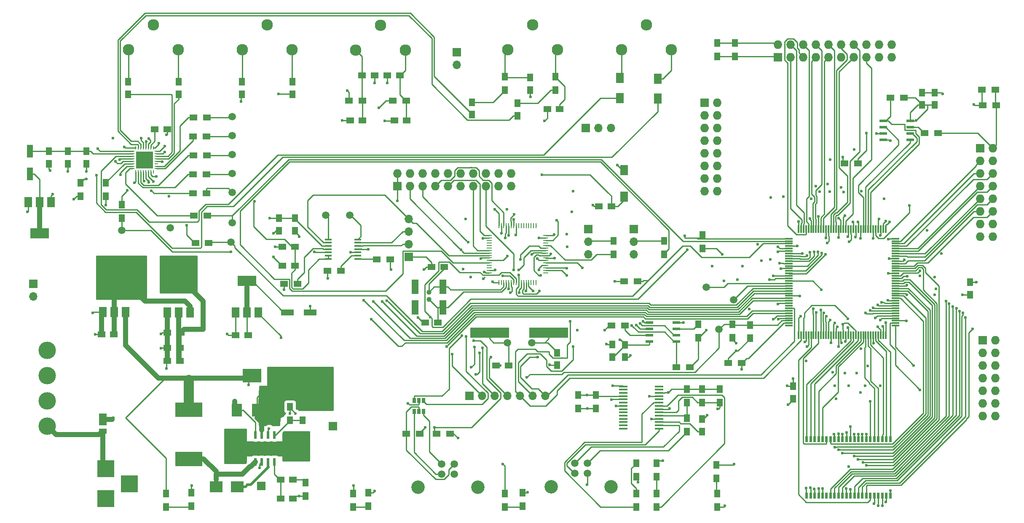
<source format=gbr>
G04 #@! TF.FileFunction,Copper,L1,Top,Signal*
%FSLAX46Y46*%
G04 Gerber Fmt 4.6, Leading zero omitted, Abs format (unit mm)*
G04 Created by KiCad (PCBNEW 4.0.7-e2-6376~58~ubuntu16.04.1) date Sat Mar 23 16:58:12 2019*
%MOMM*%
%LPD*%
G01*
G04 APERTURE LIST*
%ADD10C,0.100000*%
%ADD11R,1.750000X0.450000*%
%ADD12C,1.500000*%
%ADD13R,3.750000X2.700000*%
%ADD14R,1.727200X1.727200*%
%ADD15O,1.727200X1.727200*%
%ADD16R,1.700000X1.700000*%
%ADD17O,1.700000X1.700000*%
%ADD18R,0.250000X1.000000*%
%ADD19R,1.000000X0.250000*%
%ADD20R,1.430000X2.850000*%
%ADD21R,1.500000X1.250000*%
%ADD22C,1.000000*%
%ADD23R,1.600000X2.000000*%
%ADD24R,1.500000X1.300000*%
%ADD25C,1.520000*%
%ADD26C,2.700000*%
%ADD27R,0.650000X1.060000*%
%ADD28R,7.875000X2.000000*%
%ADD29R,1.250000X1.500000*%
%ADD30R,1.300000X1.500000*%
%ADD31R,0.500000X1.200000*%
%ADD32R,1.550000X0.600000*%
%ADD33C,2.300000*%
%ADD34R,0.300000X1.550000*%
%ADD35R,1.550000X0.300000*%
%ADD36R,2.000000X2.500000*%
%ADD37R,2.500000X2.300000*%
%ADD38R,0.600000X1.550000*%
%ADD39R,1.175000X1.175000*%
%ADD40R,5.400040X2.900680*%
%ADD41R,1.500000X2.400000*%
%ADD42R,1.500000X1.050000*%
%ADD43R,3.500000X3.500000*%
%ADD44C,3.500000*%
%ADD45R,3.800000X2.000000*%
%ADD46R,1.500000X2.000000*%
%ADD47R,2.598420X1.198880*%
%ADD48R,2.600960X1.198880*%
%ADD49R,1.450000X0.450000*%
%ADD50R,0.250000X0.700000*%
%ADD51R,0.700000X0.250000*%
%ADD52R,1.725000X1.725000*%
%ADD53R,1.198880X2.598420*%
%ADD54R,1.198880X2.600960*%
%ADD55C,0.600000*%
%ADD56C,1.200000*%
%ADD57C,0.250000*%
%ADD58C,0.500000*%
%ADD59C,1.000000*%
%ADD60C,2.000000*%
%ADD61C,0.254000*%
G04 APERTURE END LIST*
D10*
D11*
X173140000Y-126678000D03*
X173140000Y-127328000D03*
X173140000Y-127978000D03*
X173140000Y-128628000D03*
X173140000Y-129278000D03*
X173140000Y-129928000D03*
X173140000Y-130578000D03*
X173140000Y-131228000D03*
X173140000Y-131878000D03*
X173140000Y-132528000D03*
X173140000Y-133178000D03*
X173140000Y-133828000D03*
X173140000Y-134478000D03*
X173140000Y-135128000D03*
X180340000Y-135128000D03*
X180340000Y-134478000D03*
X180340000Y-133828000D03*
X180340000Y-133178000D03*
X180340000Y-132528000D03*
X180340000Y-131878000D03*
X180340000Y-131228000D03*
X180340000Y-130578000D03*
X180340000Y-129928000D03*
X180340000Y-129278000D03*
X180340000Y-128628000D03*
X180340000Y-127978000D03*
X180340000Y-127328000D03*
X180340000Y-126678000D03*
D12*
X94361000Y-97663000D03*
D13*
X98552000Y-124460000D03*
X106102000Y-124460000D03*
D14*
X204216000Y-60452000D03*
D15*
X204216000Y-57912000D03*
X206756000Y-60452000D03*
X206756000Y-57912000D03*
X209296000Y-60452000D03*
X209296000Y-57912000D03*
X211836000Y-60452000D03*
X211836000Y-57912000D03*
X214376000Y-60452000D03*
X214376000Y-57912000D03*
X216916000Y-60452000D03*
X216916000Y-57912000D03*
X219456000Y-60452000D03*
X219456000Y-57912000D03*
X221996000Y-60452000D03*
X221996000Y-57912000D03*
X224536000Y-60452000D03*
X224536000Y-57912000D03*
X227076000Y-60452000D03*
X227076000Y-57912000D03*
D14*
X189484000Y-69596000D03*
D15*
X192024000Y-69596000D03*
X189484000Y-72136000D03*
X192024000Y-72136000D03*
X189484000Y-74676000D03*
X192024000Y-74676000D03*
X189484000Y-77216000D03*
X192024000Y-77216000D03*
X189484000Y-79756000D03*
X192024000Y-79756000D03*
X189484000Y-82296000D03*
X192024000Y-82296000D03*
X189484000Y-84836000D03*
X192024000Y-84836000D03*
X189484000Y-87376000D03*
X192024000Y-87376000D03*
D16*
X166116000Y-94996000D03*
D17*
X166116000Y-97536000D03*
X166116000Y-100076000D03*
D18*
X148142000Y-105776000D03*
X148642000Y-105776000D03*
X149142000Y-105776000D03*
X149642000Y-105776000D03*
X150142000Y-105776000D03*
X150642000Y-105776000D03*
X151142000Y-105776000D03*
X151642000Y-105776000D03*
X152142000Y-105776000D03*
X152642000Y-105776000D03*
X153142000Y-105776000D03*
X153642000Y-105776000D03*
X154142000Y-105776000D03*
X154642000Y-105776000D03*
X155142000Y-105776000D03*
X155642000Y-105776000D03*
D19*
X157592000Y-103826000D03*
X157592000Y-103326000D03*
X157592000Y-102826000D03*
X157592000Y-102326000D03*
X157592000Y-101826000D03*
X157592000Y-101326000D03*
X157592000Y-100826000D03*
X157592000Y-100326000D03*
X157592000Y-99826000D03*
X157592000Y-99326000D03*
X157592000Y-98826000D03*
X157592000Y-98326000D03*
X157592000Y-97826000D03*
X157592000Y-97326000D03*
X157592000Y-96826000D03*
X157592000Y-96326000D03*
D18*
X155642000Y-94376000D03*
X155142000Y-94376000D03*
X154642000Y-94376000D03*
X154142000Y-94376000D03*
X153642000Y-94376000D03*
X153142000Y-94376000D03*
X152642000Y-94376000D03*
X152142000Y-94376000D03*
X151642000Y-94376000D03*
X151142000Y-94376000D03*
X150642000Y-94376000D03*
X150142000Y-94376000D03*
X149642000Y-94376000D03*
X149142000Y-94376000D03*
X148642000Y-94376000D03*
X148142000Y-94376000D03*
D19*
X146192000Y-96326000D03*
X146192000Y-96826000D03*
X146192000Y-97326000D03*
X146192000Y-97826000D03*
X146192000Y-98326000D03*
X146192000Y-98826000D03*
X146192000Y-99326000D03*
X146192000Y-99826000D03*
X146192000Y-100326000D03*
X146192000Y-100826000D03*
X146192000Y-101326000D03*
X146192000Y-101826000D03*
X146192000Y-102326000D03*
X146192000Y-102826000D03*
X146192000Y-103326000D03*
X146192000Y-103826000D03*
D16*
X175260000Y-94996000D03*
D17*
X175260000Y-97536000D03*
X175260000Y-100076000D03*
D20*
X136927000Y-106637000D03*
X131297000Y-106637000D03*
X131297000Y-110787000D03*
X136927000Y-110787000D03*
D21*
X135870000Y-113792000D03*
X133370000Y-113792000D03*
X137160000Y-102616000D03*
X134660000Y-102616000D03*
D16*
X130048000Y-100584000D03*
D17*
X130048000Y-98044000D03*
X130048000Y-95504000D03*
X130048000Y-92964000D03*
D22*
X134112000Y-107696000D03*
X134112000Y-109196000D03*
D23*
X173355000Y-88552000D03*
X173355000Y-83152000D03*
D21*
X170775000Y-90424000D03*
X168275000Y-90424000D03*
X150094000Y-122428000D03*
X147594000Y-122428000D03*
D14*
X127762000Y-86360000D03*
D15*
X127762000Y-83820000D03*
X130302000Y-86360000D03*
X130302000Y-83820000D03*
X132842000Y-86360000D03*
X132842000Y-83820000D03*
X135382000Y-86360000D03*
X135382000Y-83820000D03*
X137922000Y-86360000D03*
X137922000Y-83820000D03*
X140462000Y-86360000D03*
X140462000Y-83820000D03*
X143002000Y-86360000D03*
X143002000Y-83820000D03*
X145542000Y-86360000D03*
X145542000Y-83820000D03*
X148082000Y-86360000D03*
X148082000Y-83820000D03*
X150622000Y-86360000D03*
X150622000Y-83820000D03*
D24*
X129540000Y-136144000D03*
X132240000Y-136144000D03*
D25*
X136652000Y-142272000D03*
X139192000Y-142272000D03*
X139192000Y-144272000D03*
X136652000Y-144272000D03*
D26*
X131922000Y-146972000D03*
X143922000Y-146972000D03*
D24*
X135636000Y-136144000D03*
X138336000Y-136144000D03*
D27*
X133030000Y-129456000D03*
X132080000Y-129456000D03*
X131130000Y-129456000D03*
X131130000Y-131656000D03*
X133030000Y-131656000D03*
X132080000Y-131656000D03*
D28*
X146304000Y-115824000D03*
X158179000Y-115824000D03*
D29*
X159893000Y-119888000D03*
X159893000Y-122388000D03*
D16*
X142240000Y-128524000D03*
D17*
X144780000Y-128524000D03*
X147320000Y-128524000D03*
X149860000Y-128524000D03*
X152400000Y-128524000D03*
X154940000Y-128524000D03*
X157480000Y-128524000D03*
D16*
X165608000Y-74676000D03*
D17*
X168148000Y-74676000D03*
X170688000Y-74676000D03*
D30*
X152908000Y-148002000D03*
X152908000Y-150702000D03*
X175768000Y-144780000D03*
X175768000Y-142080000D03*
D12*
X149860000Y-117856000D03*
X154740000Y-117856000D03*
D14*
X245364000Y-117348000D03*
D15*
X247904000Y-117348000D03*
X245364000Y-119888000D03*
X247904000Y-119888000D03*
X245364000Y-122428000D03*
X247904000Y-122428000D03*
X245364000Y-124968000D03*
X247904000Y-124968000D03*
X245364000Y-127508000D03*
X247904000Y-127508000D03*
X245364000Y-130048000D03*
X247904000Y-130048000D03*
X245364000Y-132588000D03*
X247904000Y-132588000D03*
D31*
X209996000Y-148609002D03*
X210796000Y-148609002D03*
X211596000Y-148609002D03*
X212396000Y-148609002D03*
X213196000Y-148609002D03*
X213996000Y-148609002D03*
X214796000Y-148609002D03*
X215596000Y-148609002D03*
X216396000Y-148609002D03*
X217196000Y-148609002D03*
X217996000Y-148609002D03*
X218796000Y-148609002D03*
X220396000Y-148609002D03*
X219596000Y-148609002D03*
X221196000Y-148609002D03*
X221996000Y-148609002D03*
X222796000Y-148609002D03*
X223596000Y-148609002D03*
X224396000Y-148609002D03*
X225196000Y-148609002D03*
X225996000Y-148609002D03*
X226796000Y-148609002D03*
X226796000Y-137309002D03*
X225996000Y-137309002D03*
X225196000Y-137309002D03*
X224396000Y-137309002D03*
X223596000Y-137309002D03*
X222796000Y-137309002D03*
X221996000Y-137309002D03*
X221196000Y-137309002D03*
X219596000Y-137309002D03*
X220396000Y-137309002D03*
X218796000Y-137309002D03*
X217996000Y-137309002D03*
X217196000Y-137309002D03*
X216396000Y-137309002D03*
X215596000Y-137309002D03*
X214796000Y-137309002D03*
X213996000Y-137309002D03*
X213196000Y-137309002D03*
X212396000Y-137309002D03*
X211596000Y-137309002D03*
X210796000Y-137309002D03*
X209996000Y-137309002D03*
D29*
X170942000Y-120737000D03*
X170942000Y-118237000D03*
D30*
X167640000Y-128364000D03*
X167640000Y-131064000D03*
D24*
X170782000Y-114427000D03*
X173482000Y-114427000D03*
D29*
X173482000Y-118277000D03*
X173482000Y-120777000D03*
D30*
X164084000Y-128364000D03*
X164084000Y-131064000D03*
X179832000Y-142080000D03*
X179832000Y-144780000D03*
X179832000Y-150876000D03*
X179832000Y-148176000D03*
D25*
X163418000Y-142112000D03*
X165958000Y-142112000D03*
X165958000Y-144112000D03*
X163418000Y-144112000D03*
D26*
X158688000Y-146812000D03*
X170688000Y-146812000D03*
D30*
X149352000Y-150876000D03*
X149352000Y-148176000D03*
X175768000Y-150876000D03*
X175768000Y-148176000D03*
X198628000Y-117000000D03*
X198628000Y-114300000D03*
X188214000Y-116840000D03*
X188214000Y-114140000D03*
X195072000Y-114140000D03*
X195072000Y-116840000D03*
D32*
X183802000Y-117602000D03*
X183802000Y-116332000D03*
X183802000Y-115062000D03*
X183802000Y-113792000D03*
X178402000Y-113792000D03*
X178402000Y-115062000D03*
X178402000Y-116332000D03*
X178402000Y-117602000D03*
D30*
X185928000Y-129921000D03*
X185928000Y-127221000D03*
X188976000Y-129921000D03*
X188976000Y-127221000D03*
X192532000Y-129921000D03*
X192532000Y-127221000D03*
D24*
X186516000Y-122809000D03*
X183816000Y-122809000D03*
X194230000Y-121920000D03*
X196930000Y-121920000D03*
D29*
X207264000Y-126619000D03*
X207264000Y-129119000D03*
D30*
X191897000Y-142461000D03*
X191897000Y-145161000D03*
D29*
X188976000Y-135723000D03*
X188976000Y-133223000D03*
D30*
X192024000Y-150876000D03*
X192024000Y-148176000D03*
X185928000Y-135763000D03*
X185928000Y-133063000D03*
D29*
X151892000Y-72243000D03*
X151892000Y-69743000D03*
X142748000Y-72009000D03*
X142748000Y-69509000D03*
D30*
X159512000Y-67056000D03*
X159512000Y-64356000D03*
D16*
X139700000Y-59436000D03*
D17*
X139700000Y-61976000D03*
D29*
X154432000Y-64556000D03*
X154432000Y-67056000D03*
D33*
X154940000Y-53975000D03*
X159940000Y-58975000D03*
X149940000Y-58975000D03*
D30*
X149352000Y-67056000D03*
X149352000Y-64356000D03*
D33*
X177800000Y-53975000D03*
X182800000Y-58975000D03*
X172800000Y-58975000D03*
D21*
X160401000Y-70866000D03*
X157901000Y-70866000D03*
D23*
X172466000Y-68675000D03*
X172466000Y-64675000D03*
X180086000Y-68802000D03*
X180086000Y-64802000D03*
D12*
X195326000Y-109220000D03*
D30*
X181356000Y-97376000D03*
X181356000Y-100076000D03*
X171196000Y-97376000D03*
X171196000Y-100076000D03*
D24*
X118030000Y-69215000D03*
X120730000Y-69215000D03*
D21*
X128250000Y-64135000D03*
X125750000Y-64135000D03*
X120670000Y-64135000D03*
X123170000Y-64135000D03*
X118257000Y-73152000D03*
X120757000Y-73152000D03*
X127167000Y-73152000D03*
X129667000Y-73152000D03*
D33*
X124380000Y-54055000D03*
X129380000Y-59055000D03*
X119380000Y-59055000D03*
D24*
X126840000Y-69215000D03*
X129540000Y-69215000D03*
D12*
X192405000Y-115189000D03*
X189865000Y-106680000D03*
D24*
X173355000Y-105537000D03*
X176055000Y-105537000D03*
D30*
X189103000Y-98933000D03*
X189103000Y-96233000D03*
D24*
X217598000Y-81788000D03*
X220298000Y-81788000D03*
D30*
X195580000Y-57578000D03*
X195580000Y-60278000D03*
X192024000Y-57578000D03*
X192024000Y-60278000D03*
D24*
X226822000Y-68580000D03*
X229522000Y-68580000D03*
D32*
X225392000Y-73279000D03*
X225392000Y-74549000D03*
X225392000Y-75819000D03*
X225392000Y-77089000D03*
X230792000Y-77089000D03*
X230792000Y-75819000D03*
X230792000Y-74549000D03*
X230792000Y-73279000D03*
D29*
X242824000Y-108204000D03*
X242824000Y-105704000D03*
D14*
X244856000Y-78740000D03*
D15*
X247396000Y-78740000D03*
X244856000Y-81280000D03*
X247396000Y-81280000D03*
X244856000Y-83820000D03*
X247396000Y-83820000D03*
X244856000Y-86360000D03*
X247396000Y-86360000D03*
X244856000Y-88900000D03*
X247396000Y-88900000D03*
X244856000Y-91440000D03*
X247396000Y-91440000D03*
X244856000Y-93980000D03*
X247396000Y-93980000D03*
X244856000Y-96520000D03*
X247396000Y-96520000D03*
D34*
X225876000Y-94996000D03*
X225376000Y-94996000D03*
X224876000Y-94996000D03*
X224376000Y-94996000D03*
X223876000Y-94996000D03*
X223376000Y-94996000D03*
X222876000Y-94996000D03*
X222376000Y-94996000D03*
X221876000Y-94996000D03*
X221376000Y-94996000D03*
X220876000Y-94996000D03*
X220376000Y-94996000D03*
X219876000Y-94996000D03*
X219376000Y-94996000D03*
X218876000Y-94996000D03*
X218376000Y-94996000D03*
X217876000Y-94996000D03*
X217376000Y-94996000D03*
X216876000Y-94996000D03*
X216376000Y-94996000D03*
X215876000Y-94996000D03*
X215376000Y-94996000D03*
X214876000Y-94996000D03*
X214376000Y-94996000D03*
X213876000Y-94996000D03*
X213376000Y-94996000D03*
X212876000Y-94996000D03*
X212376000Y-94996000D03*
X211876000Y-94996000D03*
X211376000Y-94996000D03*
X210876000Y-94996000D03*
X210376000Y-94996000D03*
X209876000Y-94996000D03*
X209376000Y-94996000D03*
X208876000Y-94996000D03*
X208376000Y-94996000D03*
D35*
X206426000Y-96946000D03*
X206426000Y-97446000D03*
X206426000Y-97946000D03*
X206426000Y-98446000D03*
X206426000Y-98946000D03*
X206426000Y-99446000D03*
X206426000Y-99946000D03*
X206426000Y-100446000D03*
X206426000Y-100946000D03*
X206426000Y-101446000D03*
X206426000Y-101946000D03*
X206426000Y-102446000D03*
X206426000Y-102946000D03*
X206426000Y-103446000D03*
X206426000Y-103946000D03*
X206426000Y-104446000D03*
X206426000Y-104946000D03*
X206426000Y-105446000D03*
X206426000Y-105946000D03*
X206426000Y-106446000D03*
X206426000Y-106946000D03*
X206426000Y-107446000D03*
X206426000Y-107946000D03*
X206426000Y-108446000D03*
X206426000Y-108946000D03*
X206426000Y-109446000D03*
X206426000Y-109946000D03*
X206426000Y-110446000D03*
X206426000Y-110946000D03*
X206426000Y-111446000D03*
X206426000Y-111946000D03*
X206426000Y-112446000D03*
X206426000Y-112946000D03*
X206426000Y-113446000D03*
X206426000Y-113946000D03*
X206426000Y-114446000D03*
D34*
X208376000Y-116396000D03*
X208876000Y-116396000D03*
X209376000Y-116396000D03*
X209876000Y-116396000D03*
X210376000Y-116396000D03*
X210876000Y-116396000D03*
X211376000Y-116396000D03*
X211876000Y-116396000D03*
X212376000Y-116396000D03*
X212876000Y-116396000D03*
X213376000Y-116396000D03*
X213876000Y-116396000D03*
X214376000Y-116396000D03*
X214876000Y-116396000D03*
X215376000Y-116396000D03*
X215876000Y-116396000D03*
X216376000Y-116396000D03*
X216876000Y-116396000D03*
X217376000Y-116396000D03*
X217876000Y-116396000D03*
X218376000Y-116396000D03*
X218876000Y-116396000D03*
X219376000Y-116396000D03*
X219876000Y-116396000D03*
X220376000Y-116396000D03*
X220876000Y-116396000D03*
X221376000Y-116396000D03*
X221876000Y-116396000D03*
X222376000Y-116396000D03*
X222876000Y-116396000D03*
X223376000Y-116396000D03*
X223876000Y-116396000D03*
X224376000Y-116396000D03*
X224876000Y-116396000D03*
X225376000Y-116396000D03*
X225876000Y-116396000D03*
D35*
X227826000Y-114446000D03*
X227826000Y-113946000D03*
X227826000Y-113446000D03*
X227826000Y-112946000D03*
X227826000Y-112446000D03*
X227826000Y-111946000D03*
X227826000Y-111446000D03*
X227826000Y-110946000D03*
X227826000Y-110446000D03*
X227826000Y-109946000D03*
X227826000Y-109446000D03*
X227826000Y-108946000D03*
X227826000Y-108446000D03*
X227826000Y-107946000D03*
X227826000Y-107446000D03*
X227826000Y-106946000D03*
X227826000Y-106446000D03*
X227826000Y-105946000D03*
X227826000Y-105446000D03*
X227826000Y-104946000D03*
X227826000Y-104446000D03*
X227826000Y-103946000D03*
X227826000Y-103446000D03*
X227826000Y-102946000D03*
X227826000Y-102446000D03*
X227826000Y-101946000D03*
X227826000Y-101446000D03*
X227826000Y-100946000D03*
X227826000Y-100446000D03*
X227826000Y-99946000D03*
X227826000Y-99446000D03*
X227826000Y-98946000D03*
X227826000Y-98446000D03*
X227826000Y-97946000D03*
X227826000Y-97446000D03*
X227826000Y-96946000D03*
D24*
X247880998Y-66973001D03*
X245180998Y-66973001D03*
D29*
X233172000Y-70064000D03*
X233172000Y-67564000D03*
X235712000Y-70064000D03*
X235712000Y-67564000D03*
D24*
X248064000Y-70104000D03*
X245364000Y-70104000D03*
X236380000Y-75692000D03*
X233680000Y-75692000D03*
D21*
X104287000Y-145415000D03*
X106787000Y-145415000D03*
D36*
X95536000Y-131445000D03*
X99536000Y-131445000D03*
D30*
X108712000Y-133430000D03*
X108712000Y-130730000D03*
D37*
X91322000Y-146812000D03*
X95622000Y-146812000D03*
D16*
X100457000Y-146685000D03*
X114808000Y-134620000D03*
D30*
X106172000Y-130730000D03*
X106172000Y-133430000D03*
D38*
X99234500Y-141812500D03*
X100504500Y-141812500D03*
X101774500Y-141812500D03*
X103044500Y-141812500D03*
X103044500Y-136412500D03*
X101774500Y-136412500D03*
X100504500Y-136412500D03*
X99234500Y-136412500D03*
D39*
X101727000Y-138525000D03*
X100552000Y-138525000D03*
X101727000Y-139700000D03*
X100552000Y-139700000D03*
D30*
X86360000Y-150702000D03*
X86360000Y-148002000D03*
X81280000Y-150876000D03*
X81280000Y-148176000D03*
D40*
X85852000Y-141224000D03*
X85852000Y-131323080D03*
D41*
X68580000Y-133261000D03*
D42*
X68580000Y-135636000D03*
D43*
X69215000Y-143225000D03*
X69215000Y-149225000D03*
X73915000Y-146225000D03*
D44*
X57404000Y-134620000D03*
X57404000Y-129540000D03*
X57404000Y-124460000D03*
X57404000Y-119380000D03*
D21*
X104287000Y-149225000D03*
X106787000Y-149225000D03*
D30*
X121920000Y-148002000D03*
X121920000Y-150702000D03*
X118872000Y-150876000D03*
X118872000Y-148176000D03*
X109347000Y-145970000D03*
X109347000Y-148670000D03*
D21*
X84054000Y-121539000D03*
X81554000Y-121539000D03*
D24*
X84234000Y-115824000D03*
X81534000Y-115824000D03*
D21*
X84054000Y-118872000D03*
X81554000Y-118872000D03*
X70826000Y-116205000D03*
X68326000Y-116205000D03*
D45*
X83804240Y-105460000D03*
D46*
X83804240Y-111760000D03*
X86104240Y-111760000D03*
X81504240Y-111760000D03*
D45*
X55880000Y-95885000D03*
D46*
X55880000Y-89585000D03*
X53580000Y-89585000D03*
X58180000Y-89585000D03*
D16*
X54610000Y-106045000D03*
D17*
X54610000Y-108585000D03*
D45*
X70866000Y-105435000D03*
D46*
X70866000Y-111735000D03*
X73166000Y-111735000D03*
X68566000Y-111735000D03*
D21*
X97770000Y-116332000D03*
X95270000Y-116332000D03*
D47*
X110236000Y-111760000D03*
D48*
X105633520Y-111760000D03*
D24*
X107729000Y-106045000D03*
X105029000Y-106045000D03*
D45*
X97536000Y-105460000D03*
D46*
X97536000Y-111760000D03*
X99836000Y-111760000D03*
X95236000Y-111760000D03*
D49*
X113890000Y-97110000D03*
X113890000Y-97760000D03*
X113890000Y-98410000D03*
X113890000Y-99060000D03*
X113890000Y-99710000D03*
X113890000Y-100360000D03*
X113890000Y-101010000D03*
X119790000Y-101010000D03*
X119790000Y-100360000D03*
X119790000Y-99710000D03*
X119790000Y-99060000D03*
X119790000Y-98410000D03*
X119790000Y-97760000D03*
X119790000Y-97110000D03*
D29*
X107188000Y-92857000D03*
X107188000Y-95357000D03*
X104013000Y-92857000D03*
X104013000Y-95357000D03*
D21*
X107168000Y-98552000D03*
X104668000Y-98552000D03*
X107168000Y-102362000D03*
X104668000Y-102362000D03*
D12*
X113357000Y-92202000D03*
X118237000Y-92202000D03*
D24*
X89417639Y-87796615D03*
X86717639Y-87796615D03*
X89417639Y-83986615D03*
X86717639Y-83986615D03*
X89497639Y-80176615D03*
X86797639Y-80176615D03*
D12*
X94615000Y-83820000D03*
X94615000Y-80010000D03*
D21*
X79014000Y-74930000D03*
X81514000Y-74930000D03*
D29*
X65278000Y-79375000D03*
X65278000Y-81875000D03*
D50*
X75225000Y-83525000D03*
X75725000Y-83525000D03*
X76225000Y-83525000D03*
X76725000Y-83525000D03*
X77225000Y-83525000D03*
X77725000Y-83525000D03*
X78225000Y-83525000D03*
X78725000Y-83525000D03*
D51*
X79375000Y-82875000D03*
X79375000Y-82375000D03*
X79375000Y-81875000D03*
X79375000Y-81375000D03*
X79375000Y-80875000D03*
X79375000Y-80375000D03*
X79375000Y-79875000D03*
X79375000Y-79375000D03*
D50*
X78725000Y-78725000D03*
X78225000Y-78725000D03*
X77725000Y-78725000D03*
X77225000Y-78725000D03*
X76725000Y-78725000D03*
X76225000Y-78725000D03*
X75725000Y-78725000D03*
X75225000Y-78725000D03*
D51*
X74575000Y-79375000D03*
X74575000Y-79875000D03*
X74575000Y-80375000D03*
X74575000Y-80875000D03*
X74575000Y-81375000D03*
X74575000Y-81875000D03*
X74575000Y-82375000D03*
X74575000Y-82875000D03*
D52*
X77837500Y-80262500D03*
X76112500Y-80262500D03*
X77837500Y-81987500D03*
X76112500Y-81987500D03*
D12*
X82169000Y-94742000D03*
D24*
X89497639Y-72556615D03*
X86797639Y-72556615D03*
X89417639Y-76366615D03*
X86717639Y-76366615D03*
D12*
X94615000Y-72390000D03*
X94615000Y-76200000D03*
D30*
X69215000Y-88425000D03*
X69215000Y-85725000D03*
X72390000Y-92790000D03*
X72390000Y-90090000D03*
D12*
X72390000Y-95250000D03*
D29*
X57785000Y-79395000D03*
X57785000Y-81895000D03*
D30*
X64135000Y-88425000D03*
X64135000Y-85725000D03*
D53*
X53975000Y-79375000D03*
D54*
X53975000Y-83977480D03*
D29*
X61595000Y-79395000D03*
X61595000Y-81895000D03*
D33*
X78740000Y-53975000D03*
X83740000Y-58975000D03*
X73740000Y-58975000D03*
D29*
X83820000Y-67925000D03*
X83820000Y-65425000D03*
X106680000Y-67925000D03*
X106680000Y-65425000D03*
X73660000Y-67925000D03*
X73660000Y-65425000D03*
X96520000Y-67925000D03*
X96520000Y-65425000D03*
D33*
X101600000Y-53975000D03*
X106600000Y-58975000D03*
X96600000Y-58975000D03*
D12*
X94615000Y-87630000D03*
D24*
X89878639Y-97829615D03*
X87178639Y-97829615D03*
D12*
X94615000Y-93726000D03*
D24*
X89568000Y-92329000D03*
X86868000Y-92329000D03*
X113712000Y-103378000D03*
X116412000Y-103378000D03*
X126318000Y-101092000D03*
X123618000Y-101092000D03*
D55*
X76112500Y-81987500D03*
X77837500Y-81987500D03*
X77837500Y-80262500D03*
X76112500Y-80262500D03*
X140948771Y-103096502D03*
X102108000Y-92837000D03*
X110236000Y-110490000D03*
X223774000Y-112903000D03*
X225933000Y-113792002D03*
X66548000Y-111887000D03*
X102870000Y-100584000D03*
X206248000Y-130302000D03*
X178816000Y-133223000D03*
X182499000Y-131064000D03*
X178435000Y-128651000D03*
X214757000Y-81026000D03*
X219583000Y-78994000D03*
X80264000Y-116078000D03*
X80264000Y-118999000D03*
X195834000Y-117983000D03*
X81407000Y-123063000D03*
X104013000Y-129540000D03*
X111760000Y-129540000D03*
X110490000Y-129540000D03*
X105410000Y-128270000D03*
X107950000Y-128270000D03*
X107950000Y-127000000D03*
X111760000Y-127000000D03*
X110490000Y-127000000D03*
X109220000Y-127000000D03*
X109220000Y-128270000D03*
X110490000Y-128270000D03*
X111760000Y-128270000D03*
X113157000Y-128270000D03*
X114046000Y-129540000D03*
X114046000Y-128270000D03*
X113988010Y-126422990D03*
X58547000Y-88011000D03*
X62738000Y-89027000D03*
X153924000Y-147955000D03*
X167021000Y-90170000D03*
X171958000Y-82169000D03*
X123190000Y-147701000D03*
X129921000Y-130048000D03*
X139954000Y-137033000D03*
X171704000Y-130556000D03*
X165989000Y-131064000D03*
X165862000Y-146431000D03*
X189992000Y-132461000D03*
X182245000Y-127889000D03*
X162814000Y-91567000D03*
X163068000Y-87376000D03*
X142494000Y-104648000D03*
X147447000Y-103251000D03*
X97663000Y-146399000D03*
X101854000Y-142875000D03*
X108077000Y-148670000D03*
X86487000Y-146558000D03*
X141478000Y-92964000D03*
X153616330Y-107451999D03*
X148393989Y-122428000D03*
X158333000Y-122301000D03*
X148717000Y-95885000D03*
X156210000Y-96774000D03*
X161925000Y-98552000D03*
X149820000Y-91059000D03*
X161798000Y-104325999D03*
X185293000Y-113792000D03*
X174625000Y-120396000D03*
X169799000Y-118110000D03*
X193548000Y-150689979D03*
X218821000Y-147320000D03*
X210058000Y-118618000D03*
X217297000Y-114173000D03*
X217419417Y-87540999D03*
X214249000Y-85979000D03*
X133096000Y-103124000D03*
X131953000Y-112776000D03*
X93599000Y-116078000D03*
X103251000Y-98552000D03*
X102870000Y-95885000D03*
X118364000Y-99695000D03*
X108049559Y-96547441D03*
X111058942Y-99634058D03*
X57971564Y-83252436D03*
X154559000Y-68453000D03*
X157353000Y-73279000D03*
X72009000Y-81026000D03*
X70612000Y-76708000D03*
X81407000Y-76073000D03*
X79883000Y-77724000D03*
X123190000Y-65658996D03*
X125730000Y-65659000D03*
X80518000Y-81500010D03*
X65278000Y-83439000D03*
X61595000Y-83439000D03*
X81915000Y-88421615D03*
X79375000Y-84455000D03*
X219837000Y-96647000D03*
X226822000Y-77216000D03*
X237363000Y-67818000D03*
X243586000Y-69977000D03*
X203327000Y-113157000D03*
X208788000Y-112522000D03*
X226441000Y-103886000D03*
X226568000Y-100965000D03*
X226441000Y-97028000D03*
X224790000Y-96266000D03*
X212979000Y-107188000D03*
X204597000Y-101854000D03*
X204851000Y-102997000D03*
X213868000Y-96774000D03*
X218059000Y-135890000D03*
X209921010Y-121539000D03*
X218431859Y-142781857D03*
X220853000Y-127889000D03*
X198464575Y-111156324D03*
X193421000Y-105410000D03*
X244094000Y-105664000D03*
X215900000Y-129159000D03*
X67056000Y-116205000D03*
X205359000Y-88519000D03*
X202819000Y-88646000D03*
X212598000Y-87503000D03*
X214630000Y-87503000D03*
X237109000Y-99949000D03*
X220091000Y-123952000D03*
X217678000Y-123952000D03*
X191008000Y-102489000D03*
X197104000Y-102489000D03*
X210947000Y-88900000D03*
X215265000Y-123824996D03*
X222250000Y-122555000D03*
X234188000Y-95250000D03*
X235712000Y-104648000D03*
X235712000Y-108204000D03*
X225552000Y-88900000D03*
X200192000Y-98084000D03*
X148971000Y-104394000D03*
X156845000Y-84074000D03*
X151130000Y-103235010D03*
X155067000Y-107442000D03*
X150114000Y-107061000D03*
X99060705Y-89403590D03*
X196088000Y-105156000D03*
X208661000Y-108458000D03*
X217292493Y-80518000D03*
X171450000Y-105537000D03*
X232791000Y-104394000D03*
X232029000Y-73152000D03*
X193040006Y-100076000D03*
X181102000Y-141605000D03*
X176149000Y-145923000D03*
X146878051Y-105603051D03*
X165862000Y-128364000D03*
X161798000Y-102869990D03*
X145229918Y-103642000D03*
X145034000Y-105029000D03*
X127762000Y-89348999D03*
X195800261Y-119507000D03*
X159258000Y-96139000D03*
X161798000Y-96012000D03*
X70485000Y-100965000D03*
X74422000Y-104902000D03*
X147320000Y-91059000D03*
X172482000Y-117277000D03*
X189865000Y-115316000D03*
X169418000Y-115316000D03*
X163957000Y-115316000D03*
X217678000Y-92329000D03*
X216916000Y-86614000D03*
X105029000Y-107188000D03*
X104394000Y-116840000D03*
X69215000Y-90170000D03*
X78740000Y-85471000D03*
X204343000Y-113157000D03*
X232790990Y-103378011D03*
X229616000Y-101219000D03*
X209679551Y-117731551D03*
X235975990Y-107061009D03*
X230124000Y-106289010D03*
X223452021Y-117983000D03*
X210643978Y-92938487D03*
X204216000Y-110071010D03*
X217932000Y-147193000D03*
X202565000Y-105156000D03*
X221742000Y-126545011D03*
X218440000Y-126545011D03*
X215646000Y-126545011D03*
X217001000Y-117856000D03*
X224790000Y-126545011D03*
X218821000Y-134747000D03*
X206121000Y-126545011D03*
X72009000Y-102489000D03*
X208407000Y-93472000D03*
X216376000Y-96742000D03*
X207264000Y-125095000D03*
X214884000Y-117856000D03*
X241300000Y-108204000D03*
X230124000Y-108204010D03*
X220980000Y-87376000D03*
X224536000Y-92964000D03*
X202692000Y-101092000D03*
X204216000Y-99568000D03*
X150495000Y-107823000D03*
X159766000Y-93217996D03*
X95123000Y-129667000D03*
X70739000Y-132969000D03*
X192151000Y-131191000D03*
X107315000Y-132080000D03*
X97917000Y-126365000D03*
X106172000Y-132080000D03*
X94996000Y-124968000D03*
X53467000Y-91567000D03*
X126492000Y-103124000D03*
X216451021Y-92837000D03*
X220914647Y-119060647D03*
X230251000Y-104521000D03*
X212344000Y-92455994D03*
X86360000Y-101863999D03*
X84963000Y-101863999D03*
X83693000Y-102362000D03*
X200914000Y-101346000D03*
X216408000Y-118618000D03*
X203276999Y-104470999D03*
X211836000Y-86360000D03*
X81026000Y-79502000D03*
X103886000Y-67818000D03*
X67564000Y-78867000D03*
X67292009Y-84201000D03*
X81025994Y-78359000D03*
X96393000Y-69342000D03*
X76327000Y-76708000D03*
X116713000Y-73152000D03*
X77326667Y-77444781D03*
X125222000Y-73279000D03*
X72898000Y-78486000D03*
X71120000Y-81407000D03*
X152273000Y-107823000D03*
X153797000Y-124841000D03*
X146558000Y-120777000D03*
X100076000Y-143002000D03*
X101981000Y-135128000D03*
X138811000Y-120142000D03*
X134409345Y-112688655D03*
X185547000Y-96393002D03*
X186055000Y-99187000D03*
X152146000Y-104267000D03*
X144907000Y-118872000D03*
X156317012Y-107442000D03*
X162441501Y-113546501D03*
X163068000Y-118618000D03*
X156591000Y-104325999D03*
X158623000Y-100045000D03*
X196977000Y-123190000D03*
X154813004Y-100076000D03*
X155956000Y-120786990D03*
X122936000Y-109591001D03*
X125669051Y-109407949D03*
X72136000Y-84074008D03*
X65278000Y-84963000D03*
X137671129Y-118632416D03*
X122555000Y-113175870D03*
X121031000Y-109347000D03*
X124714000Y-109591000D03*
X225298000Y-114554000D03*
X231521000Y-122428000D03*
X224282000Y-114681006D03*
X232791000Y-127381000D03*
X144526000Y-100965000D03*
X149860000Y-100457000D03*
X140538108Y-99196990D03*
X141986000Y-97663000D03*
X144980250Y-96902771D03*
X113792000Y-104902000D03*
X94361000Y-99568000D03*
X226641169Y-93614268D03*
X151257000Y-92075000D03*
X151130000Y-93091000D03*
X225858036Y-93450851D03*
X204216000Y-98552000D03*
X209169000Y-99949000D03*
X210058000Y-100330000D03*
X210693000Y-99695000D03*
X211482117Y-99563481D03*
X212282104Y-99568400D03*
X213033877Y-99841969D03*
X213793364Y-100093330D03*
X214122000Y-97790000D03*
X218313000Y-96520000D03*
X218567000Y-97536000D03*
X219329000Y-93589000D03*
X220345000Y-93599000D03*
X220853000Y-96901000D03*
X143256000Y-118745000D03*
X118999000Y-146558000D03*
X142621000Y-122809000D03*
X152527000Y-101092000D03*
X148971000Y-142240000D03*
X143510000Y-124206000D03*
X144272000Y-119888000D03*
X152146000Y-103251000D03*
X156226163Y-103233199D03*
X174879000Y-114427000D03*
X143129000Y-117475000D03*
X151577058Y-96199942D03*
X135255000Y-134874000D03*
X133350000Y-134874000D03*
X208151321Y-98426679D03*
X195453000Y-142239996D03*
X224028000Y-75819000D03*
X221996000Y-75692000D03*
X77841594Y-76832515D03*
X117729000Y-67192999D03*
X124079000Y-70612000D03*
X77851000Y-85598000D03*
X85471000Y-94234000D03*
X76871948Y-85375846D03*
X78321894Y-87298023D03*
X73532994Y-87249000D03*
X74930000Y-85725000D03*
X175768000Y-114300000D03*
X164972295Y-102863999D03*
X155874283Y-100943011D03*
X176525741Y-114014397D03*
X177172881Y-113544065D03*
X159385000Y-100838000D03*
X150114000Y-96266000D03*
X141605000Y-116586000D03*
X140722215Y-116465215D03*
X149479000Y-96774000D03*
X97536000Y-139700000D03*
X97536000Y-138525000D03*
X95504000Y-138684000D03*
X94488000Y-138684000D03*
X93472000Y-138684000D03*
X105664000Y-141224000D03*
X106680000Y-141224000D03*
X107696000Y-141224000D03*
X108712000Y-141224000D03*
X109728000Y-141224000D03*
X109728000Y-139700000D03*
X108712000Y-139700000D03*
X107696000Y-139700000D03*
X106680000Y-139700000D03*
X105664000Y-139700000D03*
X105664000Y-138176000D03*
X106680000Y-138176000D03*
X107696000Y-138176000D03*
X108712000Y-138176000D03*
X109728000Y-138176000D03*
X109728000Y-136652000D03*
X108712000Y-136652000D03*
X107696000Y-136652000D03*
X106680000Y-136652000D03*
X105664000Y-136652000D03*
X93472000Y-141224000D03*
X94488000Y-141224000D03*
X95504000Y-141224000D03*
X96520000Y-141224000D03*
X96520000Y-139700000D03*
X95504000Y-139700000D03*
X94488000Y-139700000D03*
X93472000Y-139700000D03*
X96520000Y-137668000D03*
X95504000Y-137668000D03*
X94488000Y-137668000D03*
X93472000Y-137668000D03*
X96520000Y-136144000D03*
X95504000Y-136144000D03*
X94488000Y-136144000D03*
X93472000Y-136144000D03*
D56*
X100552000Y-139700000D03*
X101727000Y-138525000D03*
D55*
X230632000Y-90296998D03*
X170815000Y-129286000D03*
X171069000Y-126492000D03*
X223393000Y-96901000D03*
X218313000Y-113029986D03*
X222758000Y-129667000D03*
X224406041Y-150689979D03*
X211328000Y-110998000D03*
X223520000Y-150239968D03*
X211930974Y-111797503D03*
X212852000Y-111252000D03*
X226822000Y-147574000D03*
X225933000Y-149860000D03*
X213487000Y-111887000D03*
X225206048Y-150687291D03*
X213995000Y-112522000D03*
X214757000Y-113284000D03*
X213233000Y-147193006D03*
X215646000Y-113919000D03*
X212433001Y-147188417D03*
X216154000Y-114681000D03*
X211546513Y-147256493D03*
X210772625Y-147053721D03*
X217800559Y-117597559D03*
X209931000Y-147066000D03*
X218313000Y-114808000D03*
X230068001Y-113528000D03*
X243305768Y-115105446D03*
X224790000Y-113284000D03*
X241935000Y-112776000D03*
X221869000Y-111887000D03*
X241409961Y-111873286D03*
X240688200Y-111528228D03*
X222752998Y-111351001D03*
X223393000Y-110870979D03*
X240110543Y-110974771D03*
X224282000Y-110245990D03*
X239395000Y-110617000D03*
X225044000Y-109728000D03*
X238633000Y-109982000D03*
X226314000Y-109345968D03*
X237998000Y-109474000D03*
X215519000Y-136271000D03*
X215646000Y-138859003D03*
X216408000Y-136144000D03*
X216408000Y-139436000D03*
X217192466Y-136300893D03*
X217189999Y-140061001D03*
X219583000Y-136271000D03*
X219583000Y-140686001D03*
X220383003Y-136271000D03*
X220345000Y-141311001D03*
X221183006Y-136271000D03*
X221286764Y-141936001D03*
X221996000Y-142560990D03*
X221996000Y-136271000D03*
X121920000Y-99060000D03*
D57*
X102108000Y-92837000D02*
X103993000Y-92837000D01*
X103993000Y-92837000D02*
X104013000Y-92857000D01*
X110236000Y-110910560D02*
X110236000Y-110490000D01*
X110236000Y-111760000D02*
X110236000Y-110910560D01*
X104013000Y-92857000D02*
X104888000Y-92857000D01*
X104888000Y-92857000D02*
X107188000Y-92857000D01*
X113890000Y-98410000D02*
X112616000Y-98410000D01*
X112616000Y-98410000D02*
X107188000Y-92982000D01*
X107188000Y-92982000D02*
X107188000Y-92857000D01*
X159893000Y-122388000D02*
X158420000Y-122388000D01*
X158420000Y-122388000D02*
X158333000Y-122301000D01*
X195580000Y-60278000D02*
X204042000Y-60278000D01*
X204042000Y-60278000D02*
X204216000Y-60452000D01*
X192024000Y-60278000D02*
X192924000Y-60278000D01*
X192924000Y-60278000D02*
X195580000Y-60278000D01*
X224073999Y-112603001D02*
X223774000Y-112903000D01*
X224231000Y-112446000D02*
X224073999Y-112603001D01*
X227826000Y-112446000D02*
X224231000Y-112446000D01*
X225933000Y-115314000D02*
X225933000Y-113792002D01*
X225876000Y-116396000D02*
X225876000Y-115371000D01*
X225876000Y-115371000D02*
X225933000Y-115314000D01*
X68566000Y-111735000D02*
X66700000Y-111735000D01*
X66700000Y-111735000D02*
X66548000Y-111887000D01*
X102870000Y-100689000D02*
X102870000Y-100584000D01*
X104543000Y-102362000D02*
X102870000Y-100689000D01*
X104668000Y-102362000D02*
X104543000Y-102362000D01*
X207264000Y-129119000D02*
X207264000Y-129286000D01*
X207264000Y-129286000D02*
X206248000Y-130302000D01*
X173140000Y-130578000D02*
X171726000Y-130578000D01*
X171726000Y-130578000D02*
X171704000Y-130556000D01*
X178816000Y-133223000D02*
X180295000Y-133223000D01*
X180295000Y-133223000D02*
X180340000Y-133178000D01*
X180340000Y-131228000D02*
X182335000Y-131228000D01*
X182335000Y-131228000D02*
X182499000Y-131064000D01*
X178435000Y-128651000D02*
X180317000Y-128651000D01*
X180317000Y-128651000D02*
X180340000Y-128628000D01*
D58*
X97663000Y-146399000D02*
X98330000Y-146399000D01*
X98330000Y-146399000D02*
X101774500Y-142954500D01*
X101774500Y-142954500D02*
X101774500Y-142287500D01*
D57*
X81534000Y-115824000D02*
X80518000Y-115824000D01*
X80518000Y-115824000D02*
X80264000Y-116078000D01*
X81554000Y-118872000D02*
X80391000Y-118872000D01*
X80391000Y-118872000D02*
X80264000Y-118999000D01*
X219876000Y-115478814D02*
X219456000Y-115058814D01*
X219456000Y-115058814D02*
X219183524Y-114786338D01*
X217297000Y-114173000D02*
X217596999Y-113873001D01*
X217596999Y-113873001D02*
X218270187Y-113873001D01*
X218270187Y-113873001D02*
X219456000Y-115058814D01*
X195072000Y-116840000D02*
X195072000Y-117221000D01*
X195072000Y-117221000D02*
X195834000Y-117983000D01*
X81407000Y-123063000D02*
X81407000Y-121686000D01*
X81407000Y-121686000D02*
X81554000Y-121539000D01*
X206426000Y-105446000D02*
X211237000Y-105446000D01*
X211237000Y-105446000D02*
X212979000Y-107188000D01*
X104013000Y-129540000D02*
X104013000Y-128270000D01*
X104013000Y-131445000D02*
X104013000Y-129540000D01*
X105410000Y-128270000D02*
X107950000Y-128270000D01*
X104013000Y-128270000D02*
X105410000Y-128270000D01*
X111760000Y-127127000D02*
X111760000Y-127000000D01*
X114046000Y-129540000D02*
X114046000Y-130429000D01*
X114046000Y-128270000D02*
X114046000Y-129540000D01*
X114046000Y-126480980D02*
X114046000Y-128270000D01*
X111760000Y-128270000D02*
X111760000Y-127127000D01*
X110490000Y-128270000D02*
X110490000Y-127000000D01*
X109220000Y-128270000D02*
X110490000Y-128270000D01*
X107950000Y-128270000D02*
X109220000Y-128270000D01*
X109220000Y-128270000D02*
X109220000Y-127000000D01*
X107950000Y-128270000D02*
X107950000Y-127000000D01*
X110490000Y-128270000D02*
X111760000Y-128270000D01*
X110490000Y-128270000D02*
X110490000Y-129540000D01*
X111760000Y-129286000D02*
X111760000Y-129540000D01*
X111760000Y-128270000D02*
X113157000Y-128270000D01*
X111760000Y-128270000D02*
X111760000Y-129286000D01*
X99536000Y-131445000D02*
X104013000Y-131445000D01*
X114046000Y-130429000D02*
X113745000Y-130730000D01*
X113745000Y-130730000D02*
X108712000Y-130730000D01*
X113988010Y-126422990D02*
X114046000Y-126480980D01*
X106464990Y-126422990D02*
X113988010Y-126422990D01*
X106102000Y-124460000D02*
X106102000Y-126060000D01*
X106102000Y-126060000D02*
X106464990Y-126422990D01*
X99536000Y-131445000D02*
X99536000Y-128901000D01*
X99536000Y-128901000D02*
X103977000Y-124460000D01*
X103977000Y-124460000D02*
X106102000Y-124460000D01*
X58180000Y-89585000D02*
X58180000Y-88378000D01*
X58180000Y-88378000D02*
X58547000Y-88011000D01*
X64135000Y-88425000D02*
X63340000Y-88425000D01*
X63340000Y-88425000D02*
X62738000Y-89027000D01*
X152908000Y-148002000D02*
X153877000Y-148002000D01*
X153877000Y-148002000D02*
X153924000Y-147955000D01*
X168275000Y-90424000D02*
X167275000Y-90424000D01*
X167275000Y-90424000D02*
X167021000Y-90170000D01*
X121920000Y-148002000D02*
X122889000Y-148002000D01*
X122889000Y-148002000D02*
X123190000Y-147701000D01*
X132080000Y-129456000D02*
X132080000Y-130236000D01*
X132080000Y-130236000D02*
X132004999Y-130311001D01*
X132004999Y-130311001D02*
X130184001Y-130311001D01*
X130184001Y-130311001D02*
X129921000Y-130048000D01*
X138336000Y-136144000D02*
X139065000Y-136144000D01*
X139065000Y-136144000D02*
X139954000Y-137033000D01*
X173355000Y-83152000D02*
X172941000Y-83152000D01*
X172941000Y-83152000D02*
X171958000Y-82169000D01*
X166116000Y-131064000D02*
X167640000Y-131064000D01*
X164984000Y-131064000D02*
X166116000Y-131064000D01*
X166116000Y-131064000D02*
X165989000Y-131064000D01*
X164084000Y-131064000D02*
X164984000Y-131064000D01*
X165958000Y-144112000D02*
X165958000Y-146335000D01*
X165958000Y-146335000D02*
X165862000Y-146431000D01*
X188976000Y-133223000D02*
X189230000Y-133223000D01*
X189230000Y-133223000D02*
X189992000Y-132461000D01*
X185928000Y-127221000D02*
X182913000Y-127221000D01*
X182913000Y-127221000D02*
X182245000Y-127889000D01*
X188976000Y-127221000D02*
X192532000Y-127221000D01*
X185928000Y-127221000D02*
X188976000Y-127221000D01*
X181554000Y-127889000D02*
X182245000Y-127889000D01*
X180340000Y-127978000D02*
X181465000Y-127978000D01*
X181465000Y-127978000D02*
X181554000Y-127889000D01*
X146813591Y-103326000D02*
X147372000Y-103326000D01*
X147372000Y-103326000D02*
X147447000Y-103251000D01*
X146192000Y-103326000D02*
X146813591Y-103326000D01*
X146813591Y-103326000D02*
X146830601Y-103308990D01*
D58*
X97250000Y-146812000D02*
X97663000Y-146399000D01*
D57*
X101774500Y-141812500D02*
X101774500Y-142795500D01*
X101774500Y-142795500D02*
X101854000Y-142875000D01*
X99536000Y-131445000D02*
X99536000Y-132945000D01*
D59*
X99536000Y-132945000D02*
X100504500Y-133913500D01*
X100504500Y-133913500D02*
X100504500Y-135387500D01*
D57*
X100504500Y-135387500D02*
X100504500Y-136412500D01*
X108077000Y-148670000D02*
X107342000Y-148670000D01*
X109347000Y-148670000D02*
X108077000Y-148670000D01*
X107342000Y-148670000D02*
X106787000Y-149225000D01*
D58*
X95622000Y-146812000D02*
X97250000Y-146812000D01*
D57*
X101774500Y-142287500D02*
X101774500Y-141812500D01*
X86360000Y-148002000D02*
X86360000Y-146685000D01*
X86360000Y-146685000D02*
X86487000Y-146558000D01*
X153642000Y-107426329D02*
X153616330Y-107451999D01*
X153642000Y-105776000D02*
X153642000Y-107426329D01*
X147594000Y-122428000D02*
X148393989Y-122428000D01*
X158206000Y-122428000D02*
X158333000Y-122301000D01*
X148642000Y-94376000D02*
X148642000Y-95810000D01*
X148642000Y-95810000D02*
X148717000Y-95885000D01*
X157592000Y-96826000D02*
X156262000Y-96826000D01*
X156262000Y-96826000D02*
X156210000Y-96774000D01*
X157592000Y-103326000D02*
X160798001Y-103326000D01*
X160798001Y-103326000D02*
X161798000Y-104325999D01*
X183802000Y-113792000D02*
X185293000Y-113792000D01*
X173482000Y-120777000D02*
X174244000Y-120777000D01*
X174244000Y-120777000D02*
X174625000Y-120396000D01*
X170942000Y-118237000D02*
X169926000Y-118237000D01*
X169926000Y-118237000D02*
X169799000Y-118110000D01*
X193361979Y-150876000D02*
X193548000Y-150689979D01*
X192024000Y-150876000D02*
X193361979Y-150876000D01*
X218796000Y-147345000D02*
X218821000Y-147320000D01*
X218796000Y-148609002D02*
X218796000Y-147345000D01*
X210376000Y-116396000D02*
X210376000Y-118300000D01*
X210376000Y-118300000D02*
X210058000Y-118618000D01*
X217376000Y-115364000D02*
X217297000Y-115285000D01*
X217297000Y-115285000D02*
X217297000Y-114173000D01*
X217376000Y-116396000D02*
X217376000Y-115364000D01*
X134660000Y-102616000D02*
X133604000Y-102616000D01*
X133604000Y-102616000D02*
X133096000Y-103124000D01*
X133370000Y-113792000D02*
X132969000Y-113792000D01*
X132969000Y-113792000D02*
X131953000Y-112776000D01*
X130048000Y-100584000D02*
X133503000Y-100584000D01*
X133503000Y-100584000D02*
X134660000Y-101741000D01*
X134660000Y-101741000D02*
X134660000Y-102616000D01*
X95270000Y-116332000D02*
X93853000Y-116332000D01*
X93853000Y-116332000D02*
X93599000Y-116078000D01*
X95270000Y-116332000D02*
X95270000Y-111794000D01*
X95270000Y-111794000D02*
X95236000Y-111760000D01*
X104668000Y-98552000D02*
X103251000Y-98552000D01*
X104013000Y-95357000D02*
X103398000Y-95357000D01*
X103398000Y-95357000D02*
X102870000Y-95885000D01*
X119790000Y-99710000D02*
X118379000Y-99710000D01*
X118379000Y-99710000D02*
X118364000Y-99695000D01*
X107188000Y-95504000D02*
X108049559Y-96365559D01*
X108049559Y-96365559D02*
X108049559Y-96547441D01*
X107188000Y-95357000D02*
X107188000Y-95504000D01*
X113890000Y-99710000D02*
X111134884Y-99710000D01*
X111134884Y-99710000D02*
X111058942Y-99634058D01*
X107188000Y-95357000D02*
X107188000Y-95482000D01*
X57785000Y-83065872D02*
X57971564Y-83252436D01*
X57785000Y-81895000D02*
X57785000Y-83065872D01*
X154432000Y-67056000D02*
X154432000Y-68326000D01*
X154432000Y-68326000D02*
X154559000Y-68453000D01*
X157901000Y-70866000D02*
X157901000Y-72731000D01*
X157901000Y-72731000D02*
X157353000Y-73279000D01*
X72160000Y-80875000D02*
X72009000Y-81026000D01*
X74575000Y-80875000D02*
X72160000Y-80875000D01*
X81514000Y-74930000D02*
X81514000Y-75966000D01*
X81514000Y-75966000D02*
X81407000Y-76073000D01*
X79883000Y-77942000D02*
X79883000Y-77724000D01*
X79100000Y-78725000D02*
X79883000Y-77942000D01*
X78725000Y-78725000D02*
X79100000Y-78725000D01*
X123170000Y-65638996D02*
X123190000Y-65658996D01*
X123170000Y-64135000D02*
X123170000Y-65638996D01*
X125750000Y-65639000D02*
X125730000Y-65659000D01*
X125750000Y-64135000D02*
X125750000Y-65639000D01*
X80392990Y-81375000D02*
X80518000Y-81500010D01*
X79375000Y-81375000D02*
X80392990Y-81375000D01*
X65278000Y-81875000D02*
X65278000Y-83439000D01*
X61595000Y-81895000D02*
X61595000Y-83439000D01*
X61615000Y-81875000D02*
X61595000Y-81895000D01*
X78950736Y-84455000D02*
X79375000Y-84455000D01*
X78555000Y-84455000D02*
X78950736Y-84455000D01*
X78225000Y-84125000D02*
X78555000Y-84455000D01*
X78225000Y-83525000D02*
X78225000Y-84125000D01*
X219876000Y-94996000D02*
X219876000Y-96608000D01*
X219876000Y-96608000D02*
X219837000Y-96647000D01*
X225392000Y-77089000D02*
X226695000Y-77089000D01*
X226695000Y-77089000D02*
X226822000Y-77216000D01*
X233172000Y-67564000D02*
X234047000Y-67564000D01*
X234047000Y-67564000D02*
X235712000Y-67564000D01*
X235712000Y-67564000D02*
X237109000Y-67564000D01*
X237109000Y-67564000D02*
X237363000Y-67818000D01*
X245364000Y-70104000D02*
X243713000Y-70104000D01*
X243713000Y-70104000D02*
X243586000Y-69977000D01*
X245180998Y-66973001D02*
X245180998Y-69920998D01*
X245180998Y-69920998D02*
X245364000Y-70104000D01*
X219876000Y-116396000D02*
X219876000Y-115478814D01*
X203626999Y-112857001D02*
X203327000Y-113157000D01*
X204038000Y-112446000D02*
X203626999Y-112857001D01*
X206426000Y-112446000D02*
X204038000Y-112446000D01*
X208488001Y-112821999D02*
X208788000Y-112522000D01*
X208376000Y-112934000D02*
X208488001Y-112821999D01*
X208376000Y-116396000D02*
X208376000Y-112934000D01*
X227826000Y-103946000D02*
X226501000Y-103946000D01*
X226501000Y-103946000D02*
X226441000Y-103886000D01*
X227826000Y-100946000D02*
X226587000Y-100946000D01*
X226587000Y-100946000D02*
X226568000Y-100965000D01*
X227826000Y-96946000D02*
X226523000Y-96946000D01*
X226523000Y-96946000D02*
X226441000Y-97028000D01*
X224876000Y-94996000D02*
X224876000Y-96180000D01*
X224876000Y-96180000D02*
X224790000Y-96266000D01*
X205309000Y-101854000D02*
X204597000Y-101854000D01*
X206426000Y-101946000D02*
X205401000Y-101946000D01*
X205401000Y-101946000D02*
X205309000Y-101854000D01*
X206426000Y-102946000D02*
X204902000Y-102946000D01*
X204902000Y-102946000D02*
X204851000Y-102997000D01*
X213876000Y-94996000D02*
X213876000Y-96766000D01*
X213876000Y-96766000D02*
X213868000Y-96774000D01*
X217996000Y-137309002D02*
X217996000Y-135953000D01*
X217996000Y-135953000D02*
X218059000Y-135890000D01*
X242824000Y-105704000D02*
X244054000Y-105704000D01*
X244054000Y-105704000D02*
X244094000Y-105664000D01*
X67326000Y-116205000D02*
X67056000Y-116205000D01*
X68326000Y-116205000D02*
X67326000Y-116205000D01*
D59*
X68326000Y-116205000D02*
X68326000Y-111975000D01*
D57*
X68326000Y-111975000D02*
X68566000Y-111735000D01*
D59*
X81504240Y-111760000D02*
X81504240Y-121489240D01*
D57*
X81504240Y-121489240D02*
X81554000Y-121539000D01*
X150373590Y-104394000D02*
X149395264Y-104394000D01*
X149395264Y-104394000D02*
X148971000Y-104394000D01*
X151142000Y-105776000D02*
X151142000Y-105162410D01*
X151142000Y-105162410D02*
X150373590Y-104394000D01*
X170053000Y-87630000D02*
X170180000Y-87757000D01*
X166497000Y-84074000D02*
X170053000Y-87630000D01*
X170053000Y-87630000D02*
X170775000Y-88352000D01*
X170775000Y-88352000D02*
X170775000Y-90424000D01*
X170775000Y-90424000D02*
X172085000Y-90424000D01*
X172085000Y-90424000D02*
X173355000Y-89154000D01*
X173355000Y-89154000D02*
X173355000Y-88552000D01*
X156845000Y-84074000D02*
X166497000Y-84074000D01*
X151130000Y-102810746D02*
X151130000Y-103235010D01*
X151130000Y-100053998D02*
X151130000Y-102810746D01*
X145542000Y-86360000D02*
X145542000Y-94465998D01*
X145542000Y-94465998D02*
X151130000Y-100053998D01*
X154142000Y-106526000D02*
X155058000Y-107442000D01*
X154142000Y-105776000D02*
X154142000Y-106526000D01*
X155058000Y-107442000D02*
X155067000Y-107442000D01*
X150094000Y-122428000D02*
X150094000Y-118090000D01*
X150094000Y-118090000D02*
X149860000Y-117856000D01*
X150114000Y-107061000D02*
X150114000Y-105804000D01*
X150114000Y-105804000D02*
X150142000Y-105776000D01*
X149860000Y-117856000D02*
X147086000Y-117856000D01*
X147086000Y-117856000D02*
X146304000Y-117074000D01*
X146304000Y-117074000D02*
X146304000Y-115824000D01*
X98933000Y-89662000D02*
X99060705Y-89534295D01*
X99060705Y-89534295D02*
X99060705Y-89403590D01*
X98933000Y-94488000D02*
X98933000Y-89662000D01*
X101473000Y-97028000D02*
X98933000Y-94488000D01*
X105104002Y-97028000D02*
X101473000Y-97028000D01*
X107168000Y-98552000D02*
X106628002Y-98552000D01*
X106628002Y-98552000D02*
X105104002Y-97028000D01*
X113890000Y-100360000D02*
X113890000Y-101010000D01*
X106823401Y-107037991D02*
X108721011Y-107037991D01*
X108721011Y-107037991D02*
X109864999Y-105894003D01*
X109864999Y-105894003D02*
X109864999Y-103204999D01*
X109864999Y-103204999D02*
X112059998Y-101010000D01*
X112059998Y-101010000D02*
X112915000Y-101010000D01*
X112915000Y-101010000D02*
X113890000Y-101010000D01*
X107168000Y-102362000D02*
X107168000Y-103237000D01*
X106554011Y-106768601D02*
X106823401Y-107037991D01*
X107168000Y-103237000D02*
X106554011Y-103850989D01*
X106554011Y-103850989D02*
X106554011Y-106768601D01*
X107168000Y-98552000D02*
X107168000Y-99427000D01*
X107168000Y-99427000D02*
X107168000Y-102362000D01*
X208649000Y-108446000D02*
X208661000Y-108458000D01*
X206426000Y-108446000D02*
X208649000Y-108446000D01*
X217292493Y-80518000D02*
X217292493Y-81482493D01*
X217292493Y-81482493D02*
X217598000Y-81788000D01*
X71247000Y-103251000D02*
X72771000Y-103251000D01*
X72771000Y-103251000D02*
X74422000Y-104902000D01*
D59*
X71247000Y-103251000D02*
X72009000Y-102489000D01*
D57*
X71247000Y-101727000D02*
X70485000Y-100965000D01*
D59*
X70866000Y-103632000D02*
X71247000Y-103251000D01*
D57*
X71247000Y-103251000D02*
X71247000Y-101727000D01*
X223452021Y-117983000D02*
X223452021Y-118050979D01*
X173355000Y-105537000D02*
X171450000Y-105537000D01*
X234315000Y-70064000D02*
X235712000Y-70064000D01*
X234315000Y-70064000D02*
X234315000Y-70866000D01*
X234047000Y-70064000D02*
X234315000Y-70064000D01*
X234315000Y-70866000D02*
X232029000Y-73152000D01*
X230792000Y-73279000D02*
X231902000Y-73279000D01*
X231902000Y-73279000D02*
X232029000Y-73152000D01*
D59*
X70866000Y-111735000D02*
X70866000Y-105435000D01*
D57*
X223376000Y-116396000D02*
X223376000Y-117906979D01*
X223376000Y-117906979D02*
X223452021Y-117983000D01*
X192740007Y-99776001D02*
X193040006Y-100076000D01*
X191897006Y-98933000D02*
X192740007Y-99776001D01*
X189103000Y-98933000D02*
X191897006Y-98933000D01*
X181102000Y-141605000D02*
X180307000Y-141605000D01*
X180307000Y-141605000D02*
X179832000Y-142080000D01*
X176149000Y-145923000D02*
X176149000Y-145161000D01*
X176149000Y-145161000D02*
X175768000Y-144780000D01*
X198628000Y-117000000D02*
X198628000Y-117100000D01*
X198628000Y-117100000D02*
X196221000Y-119507000D01*
X196221000Y-119507000D02*
X195800261Y-119507000D01*
X148142000Y-105776000D02*
X147051000Y-105776000D01*
X147051000Y-105776000D02*
X146878051Y-105603051D01*
X164084000Y-128364000D02*
X165862000Y-128364000D01*
X165862000Y-128364000D02*
X167640000Y-128364000D01*
X173140000Y-128628000D02*
X167904000Y-128628000D01*
X167904000Y-128628000D02*
X167640000Y-128364000D01*
X157592000Y-102826000D02*
X161754010Y-102826000D01*
X161754010Y-102826000D02*
X161798000Y-102869990D01*
X146192000Y-103826000D02*
X145550999Y-103826000D01*
X145550999Y-103826000D02*
X145366999Y-103642000D01*
X145366999Y-103642000D02*
X145229918Y-103642000D01*
X145034000Y-105029000D02*
X145034000Y-104984000D01*
X145034000Y-104984000D02*
X145291989Y-104726011D01*
X127762000Y-86360000D02*
X127762000Y-89348999D01*
X127762000Y-83820000D02*
X127762000Y-86360000D01*
X194230000Y-121920000D02*
X194230000Y-121020000D01*
X194230000Y-121020000D02*
X195743000Y-119507000D01*
X195743000Y-119507000D02*
X195800261Y-119507000D01*
X148142000Y-94376000D02*
X148142000Y-91881000D01*
X148142000Y-91881000D02*
X147320000Y-91059000D01*
X157592000Y-96326000D02*
X159071000Y-96326000D01*
X159071000Y-96326000D02*
X159258000Y-96139000D01*
X173482000Y-118277000D02*
X178277000Y-118277000D01*
X178277000Y-118277000D02*
X178402000Y-118152000D01*
X178402000Y-118152000D02*
X178402000Y-117602000D01*
X188214000Y-116840000D02*
X188214000Y-121211000D01*
X188214000Y-121211000D02*
X186616000Y-122809000D01*
X186616000Y-122809000D02*
X186516000Y-122809000D01*
X188214000Y-116840000D02*
X188341000Y-116840000D01*
X188341000Y-116840000D02*
X189865000Y-115316000D01*
X173482000Y-118277000D02*
X173482000Y-118402000D01*
X173482000Y-118402000D02*
X171147000Y-120737000D01*
X171147000Y-120737000D02*
X170942000Y-120737000D01*
X172482000Y-117277000D02*
X172607000Y-117277000D01*
X172607000Y-117277000D02*
X173482000Y-118152000D01*
X173482000Y-118152000D02*
X173482000Y-118277000D01*
X170782000Y-114427000D02*
X170307000Y-114427000D01*
X170307000Y-114427000D02*
X169418000Y-115316000D01*
X217378001Y-92628999D02*
X217678000Y-92329000D01*
X217376000Y-94996000D02*
X217376000Y-92631000D01*
X217376000Y-92631000D02*
X217378001Y-92628999D01*
X105029000Y-106045000D02*
X105029000Y-107188000D01*
X99836000Y-111760000D02*
X99836000Y-112010000D01*
X99836000Y-112010000D02*
X104394000Y-116568000D01*
X104394000Y-116568000D02*
X104394000Y-116840000D01*
X195580000Y-57578000D02*
X203882000Y-57578000D01*
X203882000Y-57578000D02*
X204216000Y-57912000D01*
X192024000Y-57578000D02*
X192924000Y-57578000D01*
X192924000Y-57578000D02*
X195580000Y-57578000D01*
X69215000Y-90170000D02*
X69215000Y-88425000D01*
X77725000Y-83525000D02*
X77725000Y-84411326D01*
X77725000Y-84411326D02*
X78740000Y-85426326D01*
X78740000Y-85426326D02*
X78740000Y-85471000D01*
X229522000Y-68580000D02*
X231813000Y-68580000D01*
X231813000Y-68580000D02*
X233172000Y-69939000D01*
X233172000Y-69939000D02*
X233172000Y-70064000D01*
X230792000Y-73279000D02*
X230792000Y-71569000D01*
X230792000Y-71569000D02*
X232297000Y-70064000D01*
X232297000Y-70064000D02*
X233172000Y-70064000D01*
X233172000Y-70064000D02*
X234047000Y-70064000D01*
X247880998Y-66973001D02*
X247880998Y-69920998D01*
X247880998Y-69920998D02*
X248064000Y-70104000D01*
X248064000Y-70104000D02*
X248064000Y-78072000D01*
X248064000Y-78072000D02*
X247396000Y-78740000D01*
X236380000Y-75692000D02*
X244348000Y-75692000D01*
X244348000Y-75692000D02*
X247396000Y-78740000D01*
X206426000Y-112946000D02*
X204554000Y-112946000D01*
X204554000Y-112946000D02*
X204343000Y-113157000D01*
X228851000Y-104446000D02*
X229450978Y-103846022D01*
X232322979Y-103846022D02*
X232490991Y-103678010D01*
X227826000Y-104446000D02*
X228851000Y-104446000D01*
X229450978Y-103846022D02*
X232322979Y-103846022D01*
X232490991Y-103678010D02*
X232790990Y-103378011D01*
X229389000Y-101446000D02*
X229616000Y-101219000D01*
X227826000Y-101446000D02*
X229389000Y-101446000D01*
X209876000Y-117535102D02*
X209679551Y-117731551D01*
X209876000Y-116396000D02*
X209876000Y-117535102D01*
X229967010Y-106446000D02*
X230124000Y-106289010D01*
X227826000Y-106446000D02*
X229967010Y-106446000D01*
X210643978Y-93080804D02*
X210643978Y-92938487D01*
X210876000Y-93312826D02*
X210643978Y-93080804D01*
X210876000Y-94996000D02*
X210876000Y-93312826D01*
X204341010Y-109946000D02*
X204216000Y-110071010D01*
X206426000Y-109946000D02*
X204341010Y-109946000D01*
X217932000Y-147193000D02*
X217932000Y-148545002D01*
X217932000Y-148545002D02*
X217996000Y-148609002D01*
X206426000Y-104946000D02*
X203727000Y-104946000D01*
X203727000Y-104946000D02*
X203517000Y-105156000D01*
X203517000Y-105156000D02*
X202565000Y-105156000D01*
X216876000Y-116396000D02*
X216876000Y-117731000D01*
X216876000Y-117731000D02*
X217001000Y-117856000D01*
X218821000Y-134747000D02*
X218821000Y-137284002D01*
X218821000Y-137284002D02*
X218796000Y-137309002D01*
X207264000Y-126619000D02*
X206194989Y-126619000D01*
X206194989Y-126619000D02*
X206121000Y-126545011D01*
D59*
X70866000Y-105435000D02*
X70866000Y-103632000D01*
X85068240Y-109474000D02*
X77055000Y-109474000D01*
X77055000Y-109474000D02*
X73016000Y-105435000D01*
X73016000Y-105435000D02*
X70866000Y-105435000D01*
X86104240Y-111760000D02*
X86104240Y-110510000D01*
X86104240Y-110510000D02*
X85068240Y-109474000D01*
X70866000Y-111735000D02*
X70866000Y-116165000D01*
D57*
X70866000Y-116165000D02*
X70826000Y-116205000D01*
X208407000Y-93472000D02*
X208376000Y-93503000D01*
X208376000Y-93503000D02*
X208376000Y-94996000D01*
X216376000Y-94996000D02*
X216376000Y-96742000D01*
X207264000Y-126619000D02*
X207264000Y-125095000D01*
X214876000Y-116396000D02*
X214876000Y-117848000D01*
X214876000Y-117848000D02*
X214884000Y-117856000D01*
X242824000Y-108204000D02*
X241300000Y-108204000D01*
X229865990Y-107946000D02*
X230124000Y-108204010D01*
X227826000Y-107946000D02*
X229865990Y-107946000D01*
X224536000Y-92964000D02*
X224376000Y-93124000D01*
X224376000Y-93124000D02*
X224376000Y-94996000D01*
X204216000Y-99568000D02*
X204338000Y-99446000D01*
X204338000Y-99446000D02*
X206426000Y-99446000D01*
X157226000Y-117856000D02*
X157397000Y-117856000D01*
X154740000Y-117856000D02*
X157226000Y-117856000D01*
X157226000Y-117856000D02*
X157986000Y-117856000D01*
X157986000Y-117856000D02*
X159893000Y-119763000D01*
X159893000Y-119763000D02*
X159893000Y-119888000D01*
X158179000Y-117074000D02*
X158179000Y-115824000D01*
X150495000Y-107823000D02*
X150794999Y-107523001D01*
X150794999Y-107523001D02*
X150794999Y-106678999D01*
X150794999Y-106678999D02*
X150642000Y-106526000D01*
X150642000Y-106526000D02*
X150642000Y-105776000D01*
X157397000Y-117856000D02*
X158179000Y-117074000D01*
X160065999Y-96256003D02*
X160065999Y-93517995D01*
X160065999Y-93517995D02*
X159766000Y-93217996D01*
X158996002Y-97326000D02*
X160065999Y-96256003D01*
X157592000Y-97326000D02*
X158996002Y-97326000D01*
X137160000Y-102616000D02*
X137160000Y-102997000D01*
X137160000Y-102997000D02*
X134112000Y-106045000D01*
X134112000Y-106045000D02*
X134112000Y-107696000D01*
X136927000Y-106637000D02*
X137892000Y-106637000D01*
X137892000Y-106637000D02*
X138443000Y-107188000D01*
X138443000Y-107188000D02*
X148480000Y-107188000D01*
X148480000Y-107188000D02*
X149142000Y-106526000D01*
X149142000Y-106526000D02*
X149142000Y-105776000D01*
X134112000Y-107696000D02*
X135171000Y-106637000D01*
X135171000Y-106637000D02*
X136927000Y-106637000D01*
X136927000Y-110787000D02*
X137892000Y-110787000D01*
X137892000Y-110787000D02*
X141040990Y-107638010D01*
X141040990Y-107638010D02*
X148666401Y-107638009D01*
X148666401Y-107638009D02*
X149592010Y-106712400D01*
X149592010Y-106712400D02*
X149592010Y-106575990D01*
X149592010Y-106575990D02*
X149642000Y-106526000D01*
X149642000Y-106526000D02*
X149642000Y-105776000D01*
X136927000Y-110787000D02*
X135703000Y-110787000D01*
X135703000Y-110787000D02*
X134112000Y-109196000D01*
X135870000Y-113792000D02*
X135870000Y-110879000D01*
X135870000Y-110879000D02*
X135962000Y-110787000D01*
X135962000Y-110787000D02*
X136927000Y-110787000D01*
X104287000Y-149225000D02*
X104287000Y-145415000D01*
X103044500Y-141812500D02*
X103044500Y-144297500D01*
X103044500Y-144297500D02*
X104162000Y-145415000D01*
X104162000Y-145415000D02*
X104287000Y-145415000D01*
X106787000Y-145415000D02*
X108792000Y-145415000D01*
X108792000Y-145415000D02*
X109347000Y-145970000D01*
X99234500Y-136412500D02*
X99234500Y-133893500D01*
X99234500Y-133893500D02*
X96786000Y-131445000D01*
X96786000Y-131445000D02*
X95536000Y-131445000D01*
D59*
X95123000Y-129667000D02*
X95123000Y-131032000D01*
D57*
X95123000Y-131032000D02*
X95536000Y-131445000D01*
D59*
X68580000Y-133261000D02*
X70447000Y-133261000D01*
D57*
X70447000Y-133261000D02*
X70739000Y-132969000D01*
X192262000Y-131191000D02*
X192151000Y-131191000D01*
X192532000Y-129921000D02*
X192532000Y-130921000D01*
X192532000Y-130921000D02*
X192262000Y-131191000D01*
X106172000Y-130730000D02*
X106172000Y-130937000D01*
X106172000Y-130937000D02*
X107315000Y-132080000D01*
X184277000Y-131445000D02*
X183844000Y-131878000D01*
X183844000Y-131878000D02*
X180340000Y-131878000D01*
X184277000Y-129586998D02*
X184277000Y-131445000D01*
X188976000Y-129921000D02*
X188076000Y-129921000D01*
X188076000Y-129921000D02*
X187000999Y-128845999D01*
X187000999Y-128845999D02*
X185017999Y-128845999D01*
X185017999Y-128845999D02*
X184277000Y-129586998D01*
X188976000Y-129921000D02*
X189876000Y-129921000D01*
X189876000Y-129921000D02*
X192532000Y-129921000D01*
X91694000Y-124968000D02*
X81153000Y-124968000D01*
X81153000Y-124968000D02*
X73174130Y-132946870D01*
X73174130Y-132946870D02*
X81280000Y-141052740D01*
X81280000Y-141052740D02*
X81280000Y-148176000D01*
D59*
X86233000Y-124968000D02*
X91694000Y-124968000D01*
X79756000Y-124968000D02*
X86233000Y-124968000D01*
D57*
X86233000Y-124968000D02*
X85852000Y-125349000D01*
D60*
X85852000Y-125349000D02*
X85852000Y-131323080D01*
D57*
X97917000Y-126365000D02*
X97917000Y-125095000D01*
X97917000Y-125095000D02*
X98552000Y-124460000D01*
X106172000Y-130730000D02*
X106172000Y-132080000D01*
D59*
X91694000Y-124968000D02*
X96266000Y-124968000D01*
X73166000Y-111735000D02*
X73166000Y-118378000D01*
X73166000Y-118378000D02*
X79756000Y-124968000D01*
D57*
X94996000Y-124968000D02*
X96266000Y-124968000D01*
D59*
X96266000Y-124968000D02*
X98044000Y-124968000D01*
D57*
X98044000Y-124968000D02*
X98552000Y-124460000D01*
X53580000Y-89585000D02*
X53580000Y-91454000D01*
X53580000Y-91454000D02*
X53467000Y-91567000D01*
X206426000Y-106446000D02*
X198100000Y-106446000D01*
X198100000Y-106446000D02*
X195326000Y-109220000D01*
X126318000Y-101092000D02*
X126318000Y-102950000D01*
X126318000Y-102950000D02*
X126492000Y-103124000D01*
X194155000Y-105946000D02*
X193421000Y-106680000D01*
X193421000Y-106680000D02*
X189865000Y-106680000D01*
X206426000Y-105946000D02*
X194155000Y-105946000D01*
X181465000Y-133828000D02*
X180340000Y-133828000D01*
X184375411Y-133828000D02*
X181465000Y-133828000D01*
X184685412Y-134138001D02*
X184375411Y-133828000D01*
X186516001Y-134138001D02*
X184685412Y-134138001D01*
X188976000Y-135723000D02*
X188101000Y-135723000D01*
X188101000Y-135723000D02*
X186516001Y-134138001D01*
X84234000Y-115824000D02*
X84234000Y-121359000D01*
X84234000Y-121359000D02*
X84054000Y-121539000D01*
X84054000Y-118872000D02*
X84054000Y-116004000D01*
X84054000Y-116004000D02*
X84234000Y-115824000D01*
X83804240Y-105460000D02*
X84704240Y-105460000D01*
D59*
X84704240Y-105460000D02*
X88773000Y-109528760D01*
X88773000Y-109528760D02*
X88773000Y-115189000D01*
X88773000Y-115189000D02*
X84969000Y-115189000D01*
X84969000Y-115189000D02*
X84334000Y-115824000D01*
D57*
X84334000Y-115824000D02*
X84234000Y-115824000D01*
X216751020Y-93136999D02*
X216451021Y-92837000D01*
X216876000Y-93261979D02*
X216751020Y-93136999D01*
X216876000Y-94996000D02*
X216876000Y-93261979D01*
X227826000Y-104946000D02*
X229064000Y-104946000D01*
X229064000Y-104946000D02*
X229489000Y-104521000D01*
X229489000Y-104521000D02*
X230251000Y-104521000D01*
X212376000Y-92487994D02*
X212344000Y-92455994D01*
X212376000Y-94996000D02*
X212376000Y-92487994D01*
D59*
X83693000Y-104098760D02*
X83693000Y-102362000D01*
X83804240Y-105460000D02*
X83804240Y-104210000D01*
D57*
X83804240Y-104210000D02*
X83693000Y-104098760D01*
D59*
X83804240Y-111760000D02*
X83804240Y-121289240D01*
D57*
X83804240Y-121289240D02*
X84054000Y-121539000D01*
X216376000Y-116396000D02*
X216376000Y-118586000D01*
X216376000Y-118586000D02*
X216408000Y-118618000D01*
X206426000Y-104446000D02*
X205688000Y-104446000D01*
X205688000Y-104446000D02*
X205663001Y-104470999D01*
X205663001Y-104470999D02*
X203276999Y-104470999D01*
X129540000Y-69215000D02*
X129540000Y-73025000D01*
X129540000Y-73025000D02*
X129667000Y-73152000D01*
X128250000Y-64135000D02*
X128250000Y-68025000D01*
X128250000Y-68025000D02*
X129440000Y-69215000D01*
X129440000Y-69215000D02*
X129540000Y-69215000D01*
X129380000Y-59055000D02*
X129380000Y-63130000D01*
X129380000Y-63130000D02*
X128375000Y-64135000D01*
X128375000Y-64135000D02*
X128250000Y-64135000D01*
X159512000Y-64356000D02*
X159512000Y-64456000D01*
X161401000Y-66345000D02*
X161401000Y-68991000D01*
X159512000Y-64456000D02*
X161401000Y-66345000D01*
X161401000Y-68991000D02*
X160401000Y-69991000D01*
X160401000Y-69991000D02*
X160401000Y-70866000D01*
X159512000Y-64356000D02*
X159512000Y-59403000D01*
X159512000Y-59403000D02*
X159940000Y-58975000D01*
X83820000Y-67925000D02*
X83820000Y-68925000D01*
X82931000Y-69814000D02*
X82931000Y-79754590D01*
X83820000Y-68925000D02*
X82931000Y-69814000D01*
X82931000Y-79754590D02*
X81787295Y-80898295D01*
X81787295Y-80898295D02*
X81764000Y-80875000D01*
X79975000Y-80875000D02*
X79375000Y-80875000D01*
X81764000Y-80875000D02*
X79975000Y-80875000D01*
X83740000Y-58975000D02*
X83740000Y-65345000D01*
X83740000Y-65345000D02*
X83820000Y-65425000D01*
X80726001Y-79801999D02*
X81026000Y-79502000D01*
X79375000Y-79875000D02*
X80653000Y-79875000D01*
X80653000Y-79875000D02*
X80726001Y-79801999D01*
X103886000Y-67818000D02*
X106573000Y-67818000D01*
X106573000Y-67818000D02*
X106680000Y-67925000D01*
X106600000Y-58975000D02*
X106600000Y-65345000D01*
X106600000Y-65345000D02*
X106680000Y-65425000D01*
X172466000Y-68675000D02*
X168561000Y-68675000D01*
X168561000Y-68675000D02*
X157110022Y-80125978D01*
X157110022Y-80125978D02*
X103710024Y-80125978D01*
X103710024Y-80125978D02*
X93793003Y-90042999D01*
X93793003Y-90042999D02*
X89286000Y-90042999D01*
X89286000Y-90042999D02*
X87910000Y-91418999D01*
X87910000Y-91418999D02*
X87910000Y-93239002D01*
X87910000Y-93239002D02*
X87550002Y-93599000D01*
X77884001Y-93599000D02*
X75450002Y-91165001D01*
X87550002Y-93599000D02*
X77884001Y-93599000D01*
X69284998Y-91165000D02*
X68239999Y-90120001D01*
X68239999Y-83361999D02*
X71226998Y-80375000D01*
X71226998Y-80375000D02*
X73975000Y-80375000D01*
X75450002Y-91165001D02*
X69284998Y-91165000D01*
X68239999Y-90120001D02*
X68239999Y-83361999D01*
X73975000Y-80375000D02*
X74575000Y-80375000D01*
X172800000Y-58975000D02*
X172800000Y-64341000D01*
X172800000Y-64341000D02*
X172466000Y-64675000D01*
X67863999Y-79166999D02*
X67564000Y-78867000D01*
X68072000Y-79375000D02*
X67863999Y-79166999D01*
X74575000Y-79375000D02*
X68072000Y-79375000D01*
X180086000Y-68802000D02*
X180086000Y-71374000D01*
X180086000Y-71374000D02*
X170884011Y-80575989D01*
X67292009Y-84625264D02*
X67292009Y-84201000D01*
X170884011Y-80575989D02*
X104717011Y-80575989D01*
X104717011Y-80575989D02*
X94799990Y-90493010D01*
X94799990Y-90493010D02*
X89472400Y-90493010D01*
X82453208Y-98804616D02*
X75263603Y-91615011D01*
X67292009Y-89808421D02*
X67292009Y-84625264D01*
X89472400Y-90493010D02*
X88360011Y-91605399D01*
X88360011Y-91605399D02*
X88360011Y-98633245D01*
X88188640Y-98804616D02*
X82453208Y-98804616D01*
X88360011Y-98633245D02*
X88188640Y-98804616D01*
X75263603Y-91615011D02*
X69098598Y-91615010D01*
X69098598Y-91615010D02*
X67292009Y-89808421D01*
X182800000Y-58975000D02*
X182800000Y-63138000D01*
X182800000Y-63138000D02*
X181136000Y-64802000D01*
X181136000Y-64802000D02*
X180086000Y-64802000D01*
X120730000Y-69215000D02*
X120730000Y-73125000D01*
X120730000Y-73125000D02*
X120757000Y-73152000D01*
X120670000Y-64135000D02*
X120670000Y-69155000D01*
X120670000Y-69155000D02*
X120730000Y-69215000D01*
X120670000Y-64135000D02*
X120670000Y-60345000D01*
X120670000Y-60345000D02*
X119380000Y-59055000D01*
X154432000Y-64556000D02*
X149552000Y-64556000D01*
X149552000Y-64556000D02*
X149352000Y-64356000D01*
X149352000Y-64356000D02*
X149352000Y-59563000D01*
X149352000Y-59563000D02*
X149940000Y-58975000D01*
X82480990Y-68129990D02*
X82276000Y-67925000D01*
X82276000Y-67925000D02*
X73660000Y-67925000D01*
X81674180Y-80375000D02*
X82480990Y-79568190D01*
X82480990Y-79568190D02*
X82480990Y-68129990D01*
X79375000Y-80375000D02*
X81674180Y-80375000D01*
X73740000Y-58975000D02*
X73740000Y-65345000D01*
X73740000Y-65345000D02*
X73660000Y-65425000D01*
X80725995Y-78658999D02*
X81025994Y-78359000D01*
X80009994Y-79375000D02*
X80725995Y-78658999D01*
X79375000Y-79375000D02*
X80009994Y-79375000D01*
X96393000Y-69342000D02*
X96393000Y-68052000D01*
X96393000Y-68052000D02*
X96520000Y-67925000D01*
X96600000Y-58975000D02*
X96600000Y-65345000D01*
X96600000Y-65345000D02*
X96520000Y-65425000D01*
X76725000Y-78725000D02*
X76725000Y-77614000D01*
X76725000Y-77614000D02*
X76327000Y-77216000D01*
X76327000Y-77216000D02*
X76327000Y-76708000D01*
X118257000Y-73152000D02*
X116713000Y-73152000D01*
X74295000Y-77978000D02*
X75578000Y-77978000D01*
X142748000Y-71884000D02*
X135128001Y-64264001D01*
X71627999Y-57021590D02*
X71627999Y-75311000D01*
X130359989Y-51619989D02*
X77029600Y-51619989D01*
X135128001Y-56388001D02*
X130359989Y-51619989D01*
X77029600Y-51619989D02*
X71627999Y-57021590D01*
X135128001Y-64264001D02*
X135128001Y-56388001D01*
X142748000Y-72009000D02*
X142748000Y-71884000D01*
X71627999Y-75311000D02*
X74295000Y-77978000D01*
X75578000Y-77978000D02*
X75725000Y-78125000D01*
X75725000Y-78125000D02*
X75725000Y-78725000D01*
X142748000Y-69509000D02*
X146999000Y-69509000D01*
X146999000Y-69509000D02*
X149352000Y-67156000D01*
X149352000Y-67156000D02*
X149352000Y-67056000D01*
X77225000Y-78725000D02*
X77225000Y-77546448D01*
X77225000Y-77546448D02*
X77326667Y-77444781D01*
X125222000Y-73279000D02*
X127040000Y-73279000D01*
X127040000Y-73279000D02*
X127167000Y-73152000D01*
X72078010Y-75124600D02*
X72078010Y-57207990D01*
X77216000Y-52070000D02*
X130048000Y-52070000D01*
X134677990Y-65898992D02*
X141862999Y-73084001D01*
X74296410Y-77343000D02*
X72078010Y-75124600D01*
X75579410Y-77343000D02*
X74296410Y-77343000D01*
X76225000Y-78725000D02*
X76225000Y-77988590D01*
X76225000Y-77988590D02*
X75579410Y-77343000D01*
X72078010Y-57207990D02*
X77216000Y-52070000D01*
X130048000Y-52070000D02*
X134677990Y-56699990D01*
X150175999Y-73084001D02*
X151017000Y-72243000D01*
X151017000Y-72243000D02*
X151892000Y-72243000D01*
X134677990Y-56699990D02*
X134677990Y-65898992D01*
X141862999Y-73084001D02*
X150175999Y-73084001D01*
X159512000Y-67056000D02*
X158612000Y-67056000D01*
X152767000Y-69743000D02*
X151892000Y-69743000D01*
X158612000Y-67056000D02*
X155925000Y-69743000D01*
X155925000Y-69743000D02*
X152767000Y-69743000D01*
X79014000Y-74930000D02*
X79014000Y-77375998D01*
X79014000Y-77375998D02*
X78225000Y-78164998D01*
X78225000Y-78164998D02*
X78225000Y-78725000D01*
X75225000Y-78725000D02*
X73137000Y-78725000D01*
X73137000Y-78725000D02*
X72898000Y-78486000D01*
X71120000Y-81407000D02*
X71501000Y-81788000D01*
X72676000Y-81375000D02*
X74575000Y-81375000D01*
X71501000Y-81788000D02*
X72263000Y-81788000D01*
X72263000Y-81788000D02*
X72676000Y-81375000D01*
X61595000Y-79395000D02*
X65258000Y-79395000D01*
X65258000Y-79395000D02*
X65278000Y-79375000D01*
X57785000Y-79395000D02*
X58660000Y-79395000D01*
X58660000Y-79395000D02*
X61595000Y-79395000D01*
X53975000Y-79375000D02*
X57765000Y-79375000D01*
X57765000Y-79375000D02*
X57785000Y-79395000D01*
X65278000Y-79375000D02*
X66153000Y-79375000D01*
X73975000Y-79875000D02*
X74575000Y-79875000D01*
X66153000Y-79375000D02*
X66653000Y-79875000D01*
X66653000Y-79875000D02*
X73975000Y-79875000D01*
X97536000Y-105460000D02*
X97536000Y-106710000D01*
D59*
X97536000Y-106710000D02*
X97536000Y-111760000D01*
D57*
X97536000Y-105460000D02*
X98632480Y-105460000D01*
X98632480Y-105460000D02*
X104932480Y-111760000D01*
X104932480Y-111760000D02*
X105633520Y-111760000D01*
X97536000Y-111760000D02*
X97536000Y-116098000D01*
X97536000Y-116098000D02*
X97770000Y-116332000D01*
X153797000Y-124841000D02*
X154432000Y-124206000D01*
X161205410Y-123784001D02*
X187526001Y-123784001D01*
X154432000Y-124206000D02*
X160783411Y-124206000D01*
X160783411Y-124206000D02*
X161205410Y-123784001D01*
X187526001Y-123784001D02*
X192405000Y-118905002D01*
X192405000Y-118905002D02*
X192405000Y-115189000D01*
X152273000Y-107398736D02*
X152273000Y-107823000D01*
X152273000Y-107188000D02*
X152273000Y-107398736D01*
X152642000Y-105776000D02*
X152642000Y-106819000D01*
X152642000Y-106819000D02*
X152273000Y-107188000D01*
X149860000Y-128524000D02*
X146258001Y-124922001D01*
X146258001Y-124922001D02*
X146258001Y-122936000D01*
X146258001Y-121076999D02*
X146258001Y-122936000D01*
X146258001Y-122936000D02*
X146258001Y-123052003D01*
X146558000Y-120777000D02*
X146258001Y-121076999D01*
X199528000Y-114300000D02*
X198628000Y-114300000D01*
X206426000Y-113446000D02*
X204968002Y-113446000D01*
X204114002Y-114300000D02*
X199528000Y-114300000D01*
X204968002Y-113446000D02*
X204114002Y-114300000D01*
X192405000Y-115189000D02*
X193454000Y-114140000D01*
X193454000Y-114140000D02*
X195072000Y-114140000D01*
X198628000Y-114300000D02*
X195232000Y-114300000D01*
X195232000Y-114300000D02*
X195072000Y-114140000D01*
X194658000Y-114140000D02*
X195072000Y-114140000D01*
D59*
X57404000Y-134620000D02*
X59153999Y-136369999D01*
X59153999Y-136369999D02*
X67846001Y-136369999D01*
X67846001Y-136369999D02*
X68580000Y-135636000D01*
X68580000Y-135636000D02*
X68580000Y-142590000D01*
X68580000Y-142590000D02*
X69215000Y-143225000D01*
X99234500Y-141812500D02*
X99233500Y-141812500D01*
X99233500Y-141812500D02*
X98298000Y-142748000D01*
D57*
X91322000Y-143743980D02*
X91322000Y-144272000D01*
D59*
X98171000Y-142748000D02*
X96647000Y-144272000D01*
X91322000Y-144272000D02*
X91322000Y-145412000D01*
X96647000Y-144272000D02*
X91322000Y-144272000D01*
D57*
X98171000Y-142326000D02*
X98171000Y-142748000D01*
D59*
X85852000Y-141224000D02*
X88802020Y-141224000D01*
X88802020Y-141224000D02*
X91322000Y-143743980D01*
D57*
X91322000Y-145412000D02*
X91322000Y-146812000D01*
X191897000Y-145161000D02*
X191897000Y-148049000D01*
X191897000Y-148049000D02*
X192024000Y-148176000D01*
X184151011Y-128395989D02*
X181969000Y-130578000D01*
X181969000Y-130578000D02*
X180340000Y-130578000D01*
X179832000Y-150876000D02*
X180732000Y-150876000D01*
X180732000Y-150876000D02*
X193507001Y-138100999D01*
X193507001Y-138100999D02*
X193507001Y-128910999D01*
X193507001Y-128910999D02*
X192991991Y-128395989D01*
X192991991Y-128395989D02*
X184151011Y-128395989D01*
X179832000Y-144780000D02*
X179832000Y-148176000D01*
X180340000Y-129928000D02*
X179215000Y-129928000D01*
X179215000Y-129928000D02*
X176911000Y-132232000D01*
X176911000Y-132232000D02*
X176911000Y-137910980D01*
X161347990Y-141939798D02*
X161347990Y-143647792D01*
X176911000Y-137910980D02*
X165376807Y-137910981D01*
X168576198Y-150876000D02*
X174868000Y-150876000D01*
X165376807Y-137910981D02*
X161347990Y-141939798D01*
X161347990Y-143647792D02*
X168576198Y-150876000D01*
X174868000Y-150876000D02*
X175768000Y-150876000D01*
X175768000Y-142080000D02*
X175768000Y-142180000D01*
X175768000Y-142180000D02*
X174792999Y-143155001D01*
X174792999Y-146200999D02*
X175768000Y-147176000D01*
X175768000Y-147176000D02*
X175768000Y-148176000D01*
X174792999Y-143155001D02*
X174792999Y-146200999D01*
X100076000Y-143002000D02*
X100076000Y-142241000D01*
X100076000Y-142241000D02*
X100504500Y-141812500D01*
X101774500Y-136412500D02*
X101774500Y-135334500D01*
X101774500Y-135334500D02*
X101981000Y-135128000D01*
X181356000Y-97376000D02*
X175420000Y-97376000D01*
X175420000Y-97376000D02*
X175260000Y-97536000D01*
X171196000Y-97376000D02*
X166276000Y-97376000D01*
X166276000Y-97376000D02*
X166116000Y-97536000D01*
X136084999Y-101730999D02*
X136084999Y-103435591D01*
X144916001Y-104276001D02*
X144399000Y-103759000D01*
X133286999Y-106233591D02*
X133286999Y-111566309D01*
X138170001Y-101665999D02*
X136149999Y-101665999D01*
X134109346Y-112388656D02*
X134409345Y-112688655D01*
X148163995Y-104276001D02*
X144916001Y-104276001D01*
X151642000Y-105776000D02*
X151642000Y-105026000D01*
X144399000Y-103759000D02*
X140263002Y-103759000D01*
X140263002Y-103759000D02*
X138170001Y-101665999D01*
X148670998Y-103768998D02*
X148163995Y-104276001D01*
X150384998Y-103768998D02*
X148670998Y-103768998D01*
X133286999Y-111566309D02*
X134109346Y-112388656D01*
X151642000Y-105026000D02*
X150384998Y-103768998D01*
X136084999Y-103435591D02*
X133286999Y-106233591D01*
X136149999Y-101665999D02*
X136084999Y-101730999D01*
X138811000Y-122555000D02*
X138811000Y-120566264D01*
X144780000Y-128524000D02*
X138811000Y-122555000D01*
X138811000Y-120566264D02*
X138811000Y-120142000D01*
X134709344Y-112988654D02*
X134409345Y-112688655D01*
X136880001Y-114742001D02*
X134859999Y-114742001D01*
X176149000Y-109093000D02*
X142529002Y-109093000D01*
X186055000Y-99187000D02*
X176149000Y-109093000D01*
X134709344Y-114591346D02*
X134709344Y-112988654D01*
X142529002Y-109093000D02*
X136880001Y-114742001D01*
X134859999Y-114742001D02*
X134709344Y-114591346D01*
X188047866Y-96921010D02*
X187960000Y-96833144D01*
X188072856Y-96946000D02*
X188047866Y-96921010D01*
X206426000Y-96946000D02*
X188072856Y-96946000D01*
X185549733Y-96819999D02*
X185547000Y-96817266D01*
X185719999Y-96819999D02*
X185549733Y-96819999D01*
X185547000Y-96817266D02*
X185547000Y-96393002D01*
X185733144Y-96833144D02*
X185719999Y-96819999D01*
X187960000Y-96833144D02*
X185733144Y-96833144D01*
X189103000Y-96233000D02*
X189103000Y-96774000D01*
X189103000Y-96774000D02*
X189043856Y-96833144D01*
X189043856Y-96833144D02*
X187960000Y-96833144D01*
X201280001Y-97921001D02*
X205376001Y-97921001D01*
X205376001Y-97921001D02*
X205401000Y-97946000D01*
X205401000Y-97946000D02*
X206426000Y-97946000D01*
X185119611Y-98425000D02*
X178181000Y-105363611D01*
X178181000Y-105363611D02*
X175017601Y-108527010D01*
X177055000Y-105537000D02*
X177228389Y-105363611D01*
X176055000Y-105537000D02*
X177055000Y-105537000D01*
X177228389Y-105363611D02*
X178181000Y-105363611D01*
X175017601Y-108527010D02*
X152052008Y-108527010D01*
X186609998Y-98425000D02*
X185119611Y-98425000D01*
X201280001Y-97921001D02*
X198460001Y-100741001D01*
X198460001Y-100741001D02*
X188925999Y-100741001D01*
X188925999Y-100741001D02*
X186609998Y-98425000D01*
X152052008Y-108527010D02*
X151647999Y-108123001D01*
X151647999Y-108123001D02*
X151647999Y-107020001D01*
X151647999Y-107020001D02*
X152142000Y-106526000D01*
X152142000Y-106526000D02*
X152142000Y-105776000D01*
X144907000Y-118872000D02*
X144907000Y-126111000D01*
X144907000Y-126111000D02*
X147320000Y-128524000D01*
X152142000Y-105026000D02*
X152142000Y-105156000D01*
X152142000Y-105156000D02*
X152142000Y-105776000D01*
X152146000Y-104267000D02*
X152146000Y-105152000D01*
X152146000Y-105152000D02*
X152142000Y-105156000D01*
X162441501Y-113546501D02*
X162441501Y-117756501D01*
X162441501Y-117756501D02*
X161891992Y-118306010D01*
X161891992Y-118306010D02*
X161891992Y-120904000D01*
X155956000Y-119634000D02*
X155448000Y-119126000D01*
X161891992Y-120904000D02*
X160843001Y-120904000D01*
X160843001Y-120904000D02*
X160843001Y-120898001D01*
X151511000Y-119634000D02*
X151511000Y-127672419D01*
X159007999Y-120963001D02*
X158242000Y-120197002D01*
X160843001Y-120898001D02*
X160778001Y-120963001D01*
X160778001Y-120963001D02*
X159007999Y-120963001D01*
X158242000Y-120197002D02*
X158242000Y-119634000D01*
X152019000Y-119126000D02*
X151511000Y-119634000D01*
X158242000Y-119634000D02*
X155956000Y-119634000D01*
X151511000Y-127672419D02*
X151512582Y-127674001D01*
X155448000Y-119126000D02*
X152019000Y-119126000D01*
X151512582Y-127674001D02*
X151550001Y-127674001D01*
X151550001Y-127674001D02*
X152400000Y-128524000D01*
X155682012Y-108077000D02*
X156017013Y-107741999D01*
X152898002Y-107849004D02*
X153125998Y-108077000D01*
X152898002Y-107288996D02*
X152898002Y-107849004D01*
X153142000Y-107044998D02*
X152898002Y-107288996D01*
X153142000Y-105776000D02*
X153142000Y-107044998D01*
X156017013Y-107741999D02*
X156317012Y-107442000D01*
X153125998Y-108077000D02*
X155682012Y-108077000D01*
X208876000Y-116396000D02*
X208876000Y-117421000D01*
X208876000Y-117421000D02*
X201329000Y-124968000D01*
X159893000Y-127508000D02*
X159893000Y-128270000D01*
X201329000Y-124968000D02*
X162433000Y-124968000D01*
X162433000Y-124968000D02*
X159893000Y-127508000D01*
X159893000Y-128270000D02*
X157607000Y-130556000D01*
X157607000Y-130556000D02*
X154432000Y-130556000D01*
X154432000Y-130556000D02*
X152400000Y-128524000D01*
X153142000Y-105776000D02*
X153142000Y-106279000D01*
X153142000Y-106279000D02*
X153162000Y-106299000D01*
X153142000Y-105776000D02*
X153191990Y-105776000D01*
X160782000Y-123571000D02*
X163068000Y-121285000D01*
X154940000Y-128524000D02*
X152076991Y-125660991D01*
X152076991Y-125660991D02*
X152076991Y-121862009D01*
X156441011Y-120084011D02*
X157707999Y-121350999D01*
X152076991Y-121862009D02*
X153854989Y-120084011D01*
X157707999Y-121350999D02*
X157707999Y-122601001D01*
X153854989Y-120084011D02*
X156441011Y-120084011D01*
X163068000Y-119042264D02*
X163068000Y-118618000D01*
X157707999Y-122601001D02*
X158677998Y-123571000D01*
X158677998Y-123571000D02*
X160782000Y-123571000D01*
X163068000Y-121285000D02*
X163068000Y-119042264D01*
X156216013Y-100326000D02*
X156129001Y-100238988D01*
X155421996Y-100447002D02*
X155203999Y-100664999D01*
X157592000Y-100326000D02*
X156216013Y-100326000D01*
X155494002Y-100447002D02*
X155421996Y-100447002D01*
X156129001Y-100238988D02*
X155702016Y-100238988D01*
X155702016Y-100238988D02*
X155494002Y-100447002D01*
X155203999Y-100664999D02*
X155203999Y-103363262D01*
X156166736Y-104325999D02*
X156591000Y-104325999D01*
X155203999Y-103363262D02*
X156166736Y-104325999D01*
X155203999Y-100664999D02*
X155203999Y-101482999D01*
X157592000Y-100326000D02*
X158342000Y-100326000D01*
X158342000Y-100326000D02*
X158623000Y-100045000D01*
X205401000Y-113946000D02*
X206426000Y-113946000D01*
X197930000Y-121020000D02*
X198327000Y-121020000D01*
X197030000Y-121920000D02*
X197930000Y-121020000D01*
X196930000Y-121920000D02*
X197030000Y-121920000D01*
X198327000Y-121020000D02*
X205401000Y-113946000D01*
X196977000Y-123190000D02*
X196977000Y-121967000D01*
X196977000Y-121967000D02*
X196930000Y-121920000D01*
X156842000Y-99826000D02*
X156792001Y-99776001D01*
X157592000Y-99826000D02*
X156842000Y-99826000D01*
X155113003Y-99776001D02*
X154813004Y-100076000D01*
X156792001Y-99776001D02*
X155113003Y-99776001D01*
X155956000Y-120786990D02*
X154387008Y-120786990D01*
X154387008Y-120786990D02*
X152527000Y-122646998D01*
X152527000Y-122646998D02*
X152527000Y-124841000D01*
X152527000Y-124841000D02*
X154803007Y-127117007D01*
X154803007Y-127117007D02*
X156073007Y-127117007D01*
X156073007Y-127117007D02*
X156630001Y-127674001D01*
X156630001Y-127674001D02*
X157480000Y-128524000D01*
X157480000Y-128524000D02*
X157861000Y-128524000D01*
X157861000Y-128524000D02*
X162097999Y-124287001D01*
X162097999Y-124287001D02*
X200832999Y-124287001D01*
X200832999Y-124287001D02*
X207526001Y-117593999D01*
X207526001Y-117593999D02*
X207526001Y-111021001D01*
X207526001Y-111021001D02*
X207451000Y-110946000D01*
X207451000Y-110946000D02*
X206426000Y-110946000D01*
X196359991Y-111686242D02*
X178149293Y-111686242D01*
X206426000Y-108946000D02*
X199100233Y-108946000D01*
X177772016Y-111308965D02*
X143033209Y-111308965D01*
X130310975Y-116965976D02*
X123235999Y-109891000D01*
X123235999Y-109891000D02*
X122936000Y-109591001D01*
X178149293Y-111686242D02*
X177772016Y-111308965D01*
X137376198Y-116965976D02*
X130310975Y-116965976D01*
X199100233Y-108946000D02*
X196359991Y-111686242D01*
X143033209Y-111308965D02*
X137376198Y-116965976D01*
X89417639Y-83986615D02*
X94448385Y-83986615D01*
X94448385Y-83986615D02*
X94615000Y-83820000D01*
X89417639Y-87796615D02*
X89417639Y-86896615D01*
X89417639Y-86896615D02*
X89492640Y-86821614D01*
X89492640Y-86821614D02*
X93806614Y-86821614D01*
X93806614Y-86821614D02*
X94615000Y-87630000D01*
X178480885Y-110745012D02*
X178144816Y-110408943D01*
X196028401Y-110745012D02*
X178480885Y-110745012D01*
X178144816Y-110408943D02*
X142660409Y-110408943D01*
X125969050Y-109707948D02*
X125669051Y-109407949D01*
X206426000Y-107446000D02*
X199327412Y-107446000D01*
X132327056Y-116065954D02*
X125969050Y-109707948D01*
X142660409Y-110408943D02*
X137003398Y-116065954D01*
X199327412Y-107446000D02*
X196028401Y-110745012D01*
X137003398Y-116065954D02*
X132327056Y-116065954D01*
X94361000Y-97663000D02*
X90045254Y-97663000D01*
X90045254Y-97663000D02*
X89878639Y-97829615D01*
X206426000Y-106946000D02*
X199191002Y-106946000D01*
X199191002Y-106946000D02*
X195842001Y-110295001D01*
X178667285Y-110295001D02*
X178331216Y-109958932D01*
X142390068Y-109958932D02*
X136733057Y-115615943D01*
X132760943Y-115615943D02*
X125532001Y-108387001D01*
X195842001Y-110295001D02*
X178667285Y-110295001D01*
X178331216Y-109958932D02*
X142390068Y-109958932D01*
X136733057Y-115615943D02*
X132760943Y-115615943D01*
X125532001Y-108387001D02*
X104786341Y-108387001D01*
X104786341Y-108387001D02*
X95123000Y-98723660D01*
X95123000Y-98723660D02*
X95123000Y-98425000D01*
X95123000Y-98425000D02*
X94361000Y-97663000D01*
X74575000Y-82375000D02*
X73410744Y-82375000D01*
X72136000Y-83649744D02*
X72136000Y-84074008D01*
X73410744Y-82375000D02*
X72136000Y-83649744D01*
X65278000Y-84963000D02*
X64897000Y-84963000D01*
X64897000Y-84963000D02*
X64135000Y-85725000D01*
X137971128Y-118332417D02*
X137671129Y-118632416D01*
X143644547Y-112658998D02*
X137971128Y-118332417D01*
X177212816Y-112658998D02*
X143644547Y-112658998D01*
X177590093Y-113036275D02*
X177212816Y-112658998D01*
X198146036Y-113036275D02*
X177590093Y-113036275D01*
X199236311Y-111946000D02*
X198146036Y-113036275D01*
X206426000Y-111946000D02*
X199236311Y-111946000D01*
X206426000Y-111446000D02*
X199099901Y-111446000D01*
X197959637Y-112586264D02*
X177776493Y-112586264D01*
X177776493Y-112586264D02*
X177399216Y-112208987D01*
X199099901Y-111446000D02*
X197959637Y-112586264D01*
X137748998Y-117865998D02*
X129345012Y-117865998D01*
X143406009Y-112208987D02*
X137748998Y-117865998D01*
X129345012Y-117865998D02*
X128651000Y-118560010D01*
X177399216Y-112208987D02*
X143406009Y-112208987D01*
X89417639Y-76366615D02*
X94448385Y-76366615D01*
X94448385Y-76366615D02*
X94615000Y-76200000D01*
X127939140Y-118560010D02*
X122555000Y-113175870D01*
X128651000Y-118560010D02*
X128466010Y-118560010D01*
X128651000Y-118560010D02*
X127939140Y-118560010D01*
X177585616Y-111758976D02*
X143219609Y-111758976D01*
X129099987Y-117415987D02*
X121330999Y-109646999D01*
X137562598Y-117415987D02*
X129099987Y-117415987D01*
X196546391Y-112136253D02*
X177962893Y-112136253D01*
X177962893Y-112136253D02*
X177585616Y-111758976D01*
X206426000Y-109446000D02*
X199236644Y-109446000D01*
X143219609Y-111758976D02*
X137562598Y-117415987D01*
X121330999Y-109646999D02*
X121031000Y-109347000D01*
X199236644Y-109446000D02*
X196546391Y-112136253D01*
X89497639Y-72556615D02*
X94448385Y-72556615D01*
X94448385Y-72556615D02*
X94615000Y-72390000D01*
X196173592Y-111236231D02*
X178335693Y-111236231D01*
X142846809Y-110858954D02*
X137189798Y-116515965D01*
X131638965Y-116515965D02*
X125013999Y-109890999D01*
X199463823Y-107946000D02*
X196173592Y-111236231D01*
X206426000Y-107946000D02*
X199463823Y-107946000D01*
X178335693Y-111236231D02*
X177958416Y-110858954D01*
X125013999Y-109890999D02*
X124714000Y-109591000D01*
X137189798Y-116515965D02*
X131638965Y-116515965D01*
X177958416Y-110858954D02*
X142846809Y-110858954D01*
X89497639Y-80176615D02*
X94448385Y-80176615D01*
X94448385Y-80176615D02*
X94615000Y-80010000D01*
X124714000Y-109474000D02*
X124714000Y-109591000D01*
X225376000Y-114632000D02*
X225298000Y-114554000D01*
X225376000Y-116396000D02*
X225376000Y-114632000D01*
X227826000Y-114446000D02*
X227826000Y-118733000D01*
X227826000Y-118733000D02*
X231521000Y-122428000D01*
X224876000Y-115275006D02*
X224581999Y-114981005D01*
X224876000Y-116396000D02*
X224876000Y-115275006D01*
X224581999Y-114981005D02*
X224282000Y-114681006D01*
X227826000Y-113946000D02*
X226801000Y-113946000D01*
X227826000Y-119369410D02*
X227826000Y-122416000D01*
X226801000Y-113946000D02*
X226725999Y-114021001D01*
X226725999Y-114021001D02*
X226725999Y-118269409D01*
X226725999Y-118269409D02*
X227826000Y-119369410D01*
X227826000Y-122416000D02*
X232791000Y-127381000D01*
X144665000Y-100826000D02*
X144526000Y-100965000D01*
X146192000Y-100826000D02*
X144665000Y-100826000D01*
X130048000Y-98044000D02*
X128845919Y-98044000D01*
X128845919Y-98044000D02*
X128554919Y-98335000D01*
X128554919Y-98335000D02*
X120840000Y-98335000D01*
X120840000Y-98335000D02*
X120765000Y-98410000D01*
X120765000Y-98410000D02*
X119790000Y-98410000D01*
X149860000Y-100457000D02*
X148991000Y-101326000D01*
X148991000Y-101326000D02*
X146192000Y-101326000D01*
X130048000Y-95504000D02*
X128845919Y-95504000D01*
X128845919Y-95504000D02*
X126589919Y-97760000D01*
X126589919Y-97760000D02*
X120765000Y-97760000D01*
X120765000Y-97760000D02*
X119790000Y-97760000D01*
X138102822Y-100326000D02*
X131590821Y-93813999D01*
X146192000Y-100326000D02*
X138102822Y-100326000D01*
X131590821Y-93813999D02*
X130897999Y-93813999D01*
X130897999Y-93813999D02*
X130048000Y-92964000D01*
X113890000Y-97760000D02*
X112915000Y-97760000D01*
X112915000Y-97760000D02*
X109728000Y-94573000D01*
X110871000Y-88138000D02*
X125222000Y-88138000D01*
X109728000Y-94573000D02*
X109728000Y-89281000D01*
X109728000Y-89281000D02*
X110871000Y-88138000D01*
X125222000Y-88138000D02*
X130048000Y-92964000D01*
X146192000Y-99826000D02*
X141167118Y-99826000D01*
X140838107Y-99496989D02*
X140538108Y-99196990D01*
X140238109Y-98896991D02*
X140538108Y-99196990D01*
X130302000Y-86360000D02*
X130302000Y-88960882D01*
X130302000Y-88960882D02*
X140238109Y-98896991D01*
X141167118Y-99826000D02*
X140838107Y-99496989D01*
X141686001Y-97363001D02*
X141986000Y-97663000D01*
X132842000Y-86360000D02*
X132842000Y-88519000D01*
X132842000Y-88519000D02*
X141686001Y-97363001D01*
X144980250Y-96902771D02*
X145057021Y-96826000D01*
X145057021Y-96826000D02*
X146192000Y-96826000D01*
X135382000Y-86360000D02*
X136570601Y-85171399D01*
X136570601Y-85171399D02*
X138474191Y-85171399D01*
X138474191Y-85171399D02*
X139273399Y-84372191D01*
X144971471Y-85171399D02*
X146112529Y-85171399D01*
X142412601Y-82631399D02*
X142494000Y-82550000D01*
X139273399Y-84372191D02*
X139273399Y-83249471D01*
X146112529Y-85171399D02*
X146730601Y-85789471D01*
X139273399Y-83249471D02*
X139891471Y-82631399D01*
X146730601Y-89307731D02*
X149142000Y-91719130D01*
X139891471Y-82631399D02*
X142412601Y-82631399D01*
X143572529Y-82631399D02*
X144190601Y-83249471D01*
X142494000Y-82550000D02*
X142575399Y-82631399D01*
X142575399Y-82631399D02*
X143572529Y-82631399D01*
X144190601Y-83249471D02*
X144190601Y-84390529D01*
X144190601Y-84390529D02*
X144971471Y-85171399D01*
X146730601Y-85789471D02*
X146730601Y-89307731D01*
X149142000Y-91719130D02*
X149142000Y-93626000D01*
X149142000Y-93626000D02*
X149142000Y-94376000D01*
X145990000Y-96326000D02*
X146192000Y-96326000D01*
X144353399Y-95458399D02*
X145221000Y-96326000D01*
X145221000Y-96326000D02*
X145990000Y-96326000D01*
X137922000Y-86360000D02*
X139110601Y-85171399D01*
X139110601Y-85171399D02*
X143572529Y-85171399D01*
X143572529Y-85171399D02*
X144353399Y-85952269D01*
X144353399Y-85952269D02*
X144353399Y-95458399D01*
X146192000Y-99326000D02*
X143891000Y-99326000D01*
X143002000Y-86360000D02*
X143002000Y-98437000D01*
X143002000Y-98437000D02*
X143891000Y-99326000D01*
X113712000Y-104822000D02*
X113792000Y-104902000D01*
X113712000Y-103378000D02*
X113712000Y-104822000D01*
X82580182Y-99568000D02*
X94361000Y-99568000D01*
X72390000Y-95250000D02*
X78262182Y-95250000D01*
X78262182Y-95250000D02*
X82580182Y-99568000D01*
X72390000Y-92790000D02*
X72390000Y-95250000D01*
X226161141Y-94094296D02*
X225945704Y-94094296D01*
X225945704Y-94094296D02*
X225876000Y-94164000D01*
X225876000Y-94164000D02*
X225876000Y-94996000D01*
X226641169Y-93614268D02*
X226161141Y-94094296D01*
X150642000Y-94376000D02*
X150642000Y-93528002D01*
X150642000Y-93528002D02*
X150504999Y-93391001D01*
X150504999Y-93391001D02*
X150504999Y-92827001D01*
X150504999Y-92827001D02*
X151257000Y-92075000D01*
X151130000Y-93091000D02*
X151130000Y-94364000D01*
X151130000Y-94364000D02*
X151142000Y-94376000D01*
X225376000Y-94996000D02*
X225376000Y-93932887D01*
X225376000Y-93932887D02*
X225858036Y-93450851D01*
X136652000Y-142272000D02*
X134239000Y-139859000D01*
X134239000Y-139859000D02*
X134239000Y-133645000D01*
X134239000Y-133645000D02*
X133030000Y-132436000D01*
X133030000Y-132436000D02*
X133030000Y-131656000D01*
X129540000Y-136144000D02*
X129540000Y-139446000D01*
X137172801Y-145357001D02*
X138106999Y-144422803D01*
X129540000Y-139446000D02*
X135451001Y-145357001D01*
X135451001Y-145357001D02*
X137172801Y-145357001D01*
X138106999Y-144422803D02*
X138106999Y-143357001D01*
X138106999Y-143357001D02*
X138432001Y-143031999D01*
X138432001Y-143031999D02*
X139192000Y-142272000D01*
X129540000Y-136144000D02*
X129540000Y-131805998D01*
X129540000Y-131805998D02*
X130544999Y-130800999D01*
X132004999Y-130800999D02*
X132080000Y-130876000D01*
X130544999Y-130800999D02*
X132004999Y-130800999D01*
X132080000Y-130876000D02*
X132080000Y-131656000D01*
X136652000Y-144272000D02*
X135509000Y-144272000D01*
X135509000Y-144272000D02*
X131130000Y-139893000D01*
X131130000Y-139893000D02*
X131130000Y-131656000D01*
X181229000Y-138811000D02*
X184404000Y-135636000D01*
X184404000Y-134493000D02*
X181493590Y-134493000D01*
X181465000Y-134478000D02*
X180340000Y-134478000D01*
X181493590Y-134493000D02*
X181478590Y-134478000D01*
X181478590Y-134478000D02*
X181465000Y-134478000D01*
X166719000Y-138811000D02*
X181229000Y-138811000D01*
X163418000Y-142112000D02*
X166719000Y-138811000D01*
X184404000Y-135636000D02*
X184404000Y-134493000D01*
X185928000Y-135763000D02*
X185928000Y-135863000D01*
X185928000Y-135863000D02*
X182218000Y-139573000D01*
X182218000Y-139573000D02*
X168497000Y-139573000D01*
X168497000Y-139573000D02*
X165958000Y-142112000D01*
X180340000Y-135128000D02*
X180340000Y-135603000D01*
X180340000Y-135603000D02*
X177582010Y-138360990D01*
X177582010Y-138360990D02*
X165563208Y-138360990D01*
X163385000Y-144145000D02*
X163418000Y-144112000D01*
X165563208Y-138360990D02*
X161798000Y-142126198D01*
X161798000Y-142126198D02*
X161798000Y-142621000D01*
X161798000Y-142621000D02*
X163322000Y-144145000D01*
X163322000Y-144145000D02*
X163385000Y-144145000D01*
X244856000Y-81280000D02*
X243992401Y-82143599D01*
X228851000Y-97446000D02*
X227826000Y-97446000D01*
X243992401Y-82143599D02*
X243992401Y-82304599D01*
X243992401Y-82304599D02*
X228851000Y-97446000D01*
X244856000Y-83820000D02*
X243634686Y-83820000D01*
X243634686Y-83820000D02*
X229508686Y-97946000D01*
X229508686Y-97946000D02*
X227826000Y-97946000D01*
X227826000Y-98446000D02*
X230066998Y-98446000D01*
X243504397Y-85008601D02*
X246207399Y-85008601D01*
X230066998Y-98446000D02*
X243504397Y-85008601D01*
X246207399Y-85008601D02*
X247396000Y-83820000D01*
X244856000Y-86360000D02*
X232319990Y-98896010D01*
X232319990Y-98896010D02*
X229065990Y-98896010D01*
X229065990Y-98896010D02*
X229016000Y-98946000D01*
X229016000Y-98946000D02*
X228851000Y-98946000D01*
X228851000Y-98946000D02*
X227826000Y-98946000D01*
X247396000Y-86360000D02*
X246207399Y-87548601D01*
X246207399Y-87548601D02*
X244303809Y-87548601D01*
X244303809Y-87548601D02*
X232406410Y-99446000D01*
X232406410Y-99446000D02*
X228851000Y-99446000D01*
X228851000Y-99446000D02*
X227826000Y-99446000D01*
X244856000Y-88900000D02*
X233810000Y-99946000D01*
X233810000Y-99946000D02*
X227826000Y-99946000D01*
X233808410Y-100584000D02*
X230251000Y-100584000D01*
X230251000Y-100584000D02*
X230113000Y-100446000D01*
X230113000Y-100446000D02*
X228851000Y-100446000D01*
X228851000Y-100446000D02*
X227826000Y-100446000D01*
X247396000Y-88900000D02*
X246207399Y-90088601D01*
X246207399Y-90088601D02*
X244303809Y-90088601D01*
X244303809Y-90088601D02*
X233808410Y-100584000D01*
X227826000Y-101946000D02*
X229814002Y-101946000D01*
X229814002Y-101946000D02*
X230414002Y-101346000D01*
X230414002Y-101346000D02*
X233728686Y-101346000D01*
X244856000Y-91440000D02*
X243634686Y-91440000D01*
X243634686Y-91440000D02*
X233728686Y-101346000D01*
X227826000Y-102446000D02*
X231562590Y-102446000D01*
X231562590Y-102446000D02*
X232212580Y-101796010D01*
X243504397Y-92628601D02*
X246207399Y-92628601D01*
X232212580Y-101796010D02*
X234336988Y-101796010D01*
X234336988Y-101796010D02*
X243504397Y-92628601D01*
X246207399Y-92628601D02*
X246532401Y-92303599D01*
X246532401Y-92303599D02*
X247396000Y-91440000D01*
X206426000Y-98946000D02*
X204610000Y-98946000D01*
X204610000Y-98946000D02*
X204216000Y-98552000D01*
X206426000Y-99946000D02*
X209166000Y-99946000D01*
X209166000Y-99946000D02*
X209169000Y-99949000D01*
X206426000Y-100446000D02*
X208740998Y-100446000D01*
X208740998Y-100446000D02*
X208868999Y-100574001D01*
X208868999Y-100574001D02*
X209813999Y-100574001D01*
X209813999Y-100574001D02*
X210058000Y-100330000D01*
X206426000Y-100946000D02*
X208604588Y-100946000D01*
X208604588Y-100946000D02*
X208682599Y-101024011D01*
X208682599Y-101024011D02*
X210288991Y-101024011D01*
X210288991Y-101024011D02*
X210693000Y-100620002D01*
X210693000Y-100620002D02*
X210693000Y-99695000D01*
X206426000Y-101446000D02*
X208468178Y-101446000D01*
X208468178Y-101446000D02*
X208496199Y-101474021D01*
X208496199Y-101474021D02*
X210475392Y-101474020D01*
X210475392Y-101474020D02*
X211482117Y-100467295D01*
X211482117Y-100467295D02*
X211482117Y-99563481D01*
X206426000Y-102446000D02*
X210139822Y-102446000D01*
X210139822Y-102446000D02*
X212282104Y-100303718D01*
X212282104Y-100303718D02*
X212282104Y-99568400D01*
X213033877Y-99841969D02*
X213033877Y-100188355D01*
X213033877Y-100188355D02*
X209776232Y-103446000D01*
X209776232Y-103446000D02*
X207451000Y-103446000D01*
X207451000Y-103446000D02*
X206426000Y-103446000D01*
X213793364Y-100093330D02*
X209915695Y-103970999D01*
X209915695Y-103970999D02*
X206450999Y-103970999D01*
X206450999Y-103970999D02*
X206426000Y-103946000D01*
X206756000Y-60452000D02*
X206756000Y-90895998D01*
X206756000Y-90895998D02*
X209032001Y-93171999D01*
X209032001Y-93171999D02*
X209032001Y-93735999D01*
X209032001Y-93735999D02*
X208876000Y-93892000D01*
X208876000Y-93892000D02*
X208876000Y-93971000D01*
X208876000Y-93971000D02*
X208876000Y-94996000D01*
X209376000Y-94996000D02*
X209376000Y-94028410D01*
X209376000Y-94028410D02*
X209482011Y-93922399D01*
X209482011Y-93922399D02*
X209482011Y-91753011D01*
X209482011Y-91753011D02*
X207944601Y-90215601D01*
X207944601Y-90215601D02*
X207944601Y-59100601D01*
X207944601Y-59100601D02*
X207619599Y-58775599D01*
X207619599Y-58775599D02*
X206756000Y-57912000D01*
X209876000Y-94996000D02*
X209876000Y-96021000D01*
X209876000Y-96021000D02*
X209800999Y-96096001D01*
X205567399Y-57341471D02*
X206185471Y-56723399D01*
X209800999Y-96096001D02*
X207965999Y-96096001D01*
X206185471Y-94315473D02*
X206185471Y-61640601D01*
X207326529Y-56723399D02*
X208107399Y-57504269D01*
X208432401Y-58951991D02*
X208432401Y-59588401D01*
X207965999Y-96096001D02*
X206185471Y-94315473D01*
X206185471Y-61640601D02*
X205567399Y-61022529D01*
X208107399Y-58626989D02*
X208432401Y-58951991D01*
X205567399Y-61022529D02*
X205567399Y-57341471D01*
X208107399Y-57504269D02*
X208107399Y-58626989D01*
X206185471Y-56723399D02*
X207326529Y-56723399D01*
X208432401Y-59588401D02*
X209296000Y-60452000D01*
X209296000Y-57912000D02*
X210484601Y-59100601D01*
X210018977Y-88903021D02*
X210018977Y-93613977D01*
X210484601Y-59100601D02*
X210484601Y-88437397D01*
X210484601Y-88437397D02*
X210018977Y-88903021D01*
X210018977Y-93613977D02*
X210376000Y-93971000D01*
X210376000Y-93971000D02*
X210376000Y-94996000D01*
X210972401Y-61315599D02*
X210972401Y-88000400D01*
X211836000Y-60452000D02*
X210972401Y-61315599D01*
X211268987Y-93069403D02*
X211376000Y-93176416D01*
X211581999Y-88609998D02*
X211581999Y-89535001D01*
X211581999Y-89535001D02*
X211268987Y-89848013D01*
X211376000Y-93971000D02*
X211376000Y-94996000D01*
X211376000Y-93176416D02*
X211376000Y-93971000D01*
X210972401Y-88000400D02*
X211581999Y-88609998D01*
X211268987Y-89848013D02*
X211268987Y-93069403D01*
X213024601Y-59100601D02*
X212699599Y-58775599D01*
X211876000Y-88267588D02*
X211876000Y-87245002D01*
X211876000Y-87245002D02*
X213024601Y-86096401D01*
X211718992Y-90034418D02*
X212032010Y-89721400D01*
X213024601Y-86096401D02*
X213024601Y-59100601D01*
X211876000Y-93040005D02*
X211718992Y-92882997D01*
X211876000Y-94996000D02*
X211876000Y-93040005D01*
X211718992Y-92882997D02*
X211718992Y-90034418D01*
X212032010Y-88423598D02*
X211876000Y-88267588D01*
X212699599Y-58775599D02*
X211836000Y-57912000D01*
X212032010Y-89721400D02*
X212032010Y-88423598D01*
X212950988Y-92736602D02*
X212950988Y-92609601D01*
X213512401Y-92048188D02*
X213512401Y-61315599D01*
X212876000Y-92811590D02*
X212950988Y-92736602D01*
X212876000Y-94996000D02*
X212876000Y-92811590D01*
X212950988Y-92609601D02*
X213512401Y-92048188D01*
X213512401Y-61315599D02*
X214376000Y-60452000D01*
X214376000Y-57912000D02*
X215564601Y-59100601D01*
X213400999Y-92796001D02*
X213400999Y-94971001D01*
X215564601Y-59100601D02*
X215564601Y-90632399D01*
X215564601Y-90632399D02*
X213400999Y-92796001D01*
X213400999Y-94971001D02*
X213376000Y-94996000D01*
X214376000Y-94996000D02*
X214376000Y-96356998D01*
X214376000Y-96356998D02*
X214493001Y-96473999D01*
X214493001Y-96473999D02*
X214493001Y-97418999D01*
X214493001Y-97418999D02*
X214122000Y-97790000D01*
X216027000Y-90932000D02*
X215988176Y-90932000D01*
X215988176Y-90932000D02*
X214876000Y-92044176D01*
X214876000Y-92044176D02*
X214876000Y-93327000D01*
X214876000Y-93327000D02*
X214876000Y-94996000D01*
X216014611Y-90919611D02*
X216014611Y-63256979D01*
X216014611Y-63112519D02*
X216014611Y-90919611D01*
X216014611Y-90919611D02*
X216027000Y-90932000D01*
X218104601Y-59881471D02*
X218104601Y-61022529D01*
X218104601Y-61022529D02*
X216014611Y-63112519D01*
X216014611Y-90944389D02*
X216014611Y-91059000D01*
X216027000Y-90932000D02*
X216014611Y-90944389D01*
X216916000Y-57912000D02*
X216916000Y-58692870D01*
X216916000Y-58692870D02*
X218104601Y-59881471D01*
X215376000Y-92180587D02*
X215794599Y-91761988D01*
X215376000Y-94996000D02*
X215376000Y-92180587D01*
X216048599Y-91761988D02*
X218186000Y-89624587D01*
X215794599Y-91761988D02*
X216048599Y-91761988D01*
X218186000Y-84361002D02*
X216522999Y-82698001D01*
X218186000Y-89624587D02*
X218186000Y-84361002D01*
X216522999Y-82698001D02*
X216522999Y-63385001D01*
X216522999Y-63385001D02*
X218592401Y-61315599D01*
X218592401Y-61315599D02*
X219456000Y-60452000D01*
X218673001Y-81427997D02*
X218673001Y-89773997D01*
X216234999Y-92211999D02*
X215980999Y-92211999D01*
X220644601Y-79456397D02*
X218673001Y-81427997D01*
X219456000Y-57912000D02*
X220644601Y-59100601D01*
X220644601Y-59100601D02*
X220644601Y-79456397D01*
X215980999Y-92211999D02*
X215826011Y-92366987D01*
X215826011Y-92366987D02*
X215826011Y-93561013D01*
X215826011Y-93561013D02*
X215876000Y-93611002D01*
X215876000Y-93611002D02*
X215876000Y-93971000D01*
X215876000Y-93971000D02*
X215876000Y-94996000D01*
X218673001Y-89773997D02*
X216234999Y-92211999D01*
X217876000Y-94996000D02*
X217876000Y-93437002D01*
X219287999Y-84783003D02*
X223012000Y-81059002D01*
X217876000Y-93437002D02*
X219287999Y-92025003D01*
X219287999Y-92025003D02*
X219287999Y-84783003D01*
X223012000Y-81059002D02*
X223012000Y-62689314D01*
X223012000Y-62689314D02*
X221996000Y-61673314D01*
X221996000Y-61673314D02*
X221996000Y-60452000D01*
X218376000Y-94996000D02*
X218376000Y-96457000D01*
X218376000Y-96457000D02*
X218313000Y-96520000D01*
X218876000Y-94996000D02*
X218876000Y-96157998D01*
X218876000Y-96157998D02*
X218938001Y-96219999D01*
X218938001Y-96219999D02*
X218938001Y-97164999D01*
X218938001Y-97164999D02*
X218567000Y-97536000D01*
X219329000Y-93589000D02*
X219376000Y-93636000D01*
X219376000Y-93636000D02*
X219376000Y-94996000D01*
X220376000Y-94996000D02*
X220376000Y-93630000D01*
X220376000Y-93630000D02*
X220345000Y-93599000D01*
X220853000Y-96901000D02*
X220853000Y-95019000D01*
X220853000Y-95019000D02*
X220876000Y-94996000D01*
D59*
X55880000Y-95885000D02*
X55880000Y-89585000D01*
D57*
X53975000Y-83977480D02*
X54824440Y-83977480D01*
X54824440Y-83977480D02*
X55880000Y-85033040D01*
X55880000Y-88335000D02*
X55880000Y-89585000D01*
X55880000Y-85033040D02*
X55880000Y-88335000D01*
X118872000Y-150876000D02*
X121746000Y-150876000D01*
X121746000Y-150876000D02*
X121920000Y-150702000D01*
X143256000Y-122174000D02*
X143256000Y-119169264D01*
X143256000Y-119169264D02*
X143256000Y-118745000D01*
X142621000Y-122809000D02*
X143256000Y-122174000D01*
X157592000Y-98826000D02*
X156555000Y-98826000D01*
X156555000Y-98826000D02*
X156154000Y-98425000D01*
X156154000Y-98425000D02*
X154305000Y-98425000D01*
X154305000Y-98425000D02*
X152527000Y-100203000D01*
X152527000Y-100203000D02*
X152527000Y-101092000D01*
X118999000Y-146558000D02*
X118999000Y-148049000D01*
X118999000Y-148049000D02*
X118872000Y-148176000D01*
X149352000Y-150876000D02*
X152734000Y-150876000D01*
X152734000Y-150876000D02*
X152908000Y-150702000D01*
X148971000Y-142240000D02*
X149352000Y-142621000D01*
X149352000Y-142621000D02*
X149352000Y-148176000D01*
X144272000Y-123698000D02*
X143764000Y-124206000D01*
X143764000Y-124206000D02*
X143510000Y-124206000D01*
X144272000Y-119888000D02*
X144272000Y-123698000D01*
X153152001Y-102244999D02*
X152146000Y-103251000D01*
X157592000Y-99326000D02*
X154638002Y-99326000D01*
X154638002Y-99326000D02*
X153152001Y-100812001D01*
X153152001Y-100812001D02*
X153152001Y-102244999D01*
X81280000Y-150876000D02*
X86186000Y-150876000D01*
X86186000Y-150876000D02*
X86360000Y-150702000D01*
X146192000Y-101826000D02*
X138966412Y-101826000D01*
X138966412Y-101826000D02*
X136549411Y-99408999D01*
X136549411Y-99408999D02*
X128937999Y-99408999D01*
X128937999Y-99408999D02*
X128872999Y-99473999D01*
X106104001Y-106955001D02*
X106104001Y-105134999D01*
X128872999Y-99473999D02*
X128872999Y-104044003D01*
X128872999Y-104044003D02*
X125429001Y-107488001D01*
X182331001Y-99000999D02*
X181356000Y-99976000D01*
X125429001Y-107488001D02*
X106637001Y-107488001D01*
X106637001Y-107488001D02*
X106104001Y-106955001D01*
X106104001Y-105134999D02*
X106039001Y-105069999D01*
X106039001Y-105069999D02*
X103088999Y-105069999D01*
X103088999Y-105069999D02*
X96198001Y-98179001D01*
X96198001Y-98179001D02*
X96198001Y-91382409D01*
X168560422Y-81476010D02*
X182331001Y-95246589D01*
X96198001Y-91382409D02*
X106104400Y-81476010D01*
X106104400Y-81476010D02*
X168560422Y-81476010D01*
X182331001Y-95246589D02*
X182331001Y-99000999D01*
X181356000Y-99976000D02*
X181356000Y-100076000D01*
X171196000Y-100076000D02*
X167855002Y-100076000D01*
X158524000Y-98326000D02*
X158342000Y-98326000D01*
X167855002Y-100076000D02*
X166680001Y-101251001D01*
X166680001Y-101251001D02*
X161449001Y-101251001D01*
X161449001Y-101251001D02*
X158524000Y-98326000D01*
X158342000Y-98326000D02*
X157592000Y-98326000D01*
X107729000Y-106045000D02*
X107729000Y-105145000D01*
X112815001Y-98960001D02*
X112915000Y-99060000D01*
X107729000Y-105145000D02*
X109093000Y-103781000D01*
X110807997Y-98960001D02*
X112815001Y-98960001D01*
X109093000Y-103781000D02*
X109093000Y-100674998D01*
X109093000Y-100674998D02*
X110807997Y-98960001D01*
X112915000Y-99060000D02*
X113890000Y-99060000D01*
X157592000Y-102326000D02*
X156842000Y-102326000D01*
X156226163Y-102941837D02*
X156226163Y-103233199D01*
X156842000Y-102326000D02*
X156226163Y-102941837D01*
X183802000Y-117602000D02*
X183802000Y-122795000D01*
X183802000Y-122795000D02*
X183816000Y-122809000D01*
X175178999Y-114726999D02*
X174879000Y-114427000D01*
X176158999Y-115706999D02*
X175178999Y-114726999D01*
X183802000Y-117602000D02*
X183327000Y-117602000D01*
X181431999Y-115706999D02*
X176158999Y-115706999D01*
X183327000Y-117602000D02*
X181431999Y-115706999D01*
X183802000Y-115062000D02*
X187292000Y-115062000D01*
X187292000Y-115062000D02*
X188214000Y-114140000D01*
X178402000Y-116332000D02*
X174487000Y-116332000D01*
X174487000Y-116332000D02*
X173482000Y-115327000D01*
X173482000Y-115327000D02*
X173482000Y-114427000D01*
X143553264Y-117475000D02*
X143129000Y-117475000D01*
X144442264Y-117475000D02*
X143553264Y-117475000D01*
X148495001Y-127959999D02*
X145714999Y-125179997D01*
X145714999Y-118747735D02*
X144442264Y-117475000D01*
X142709002Y-134874000D02*
X148495001Y-129088001D01*
X148495001Y-129088001D02*
X148495001Y-127959999D01*
X145714999Y-125179997D02*
X145714999Y-118747735D01*
X135255000Y-134874000D02*
X142709002Y-134874000D01*
X151577058Y-96199942D02*
X151642000Y-96135000D01*
X151642000Y-96135000D02*
X151642000Y-94376000D01*
X135255000Y-134874000D02*
X135255000Y-135763000D01*
X135255000Y-135763000D02*
X135636000Y-136144000D01*
X132240000Y-136144000D02*
X132240000Y-135984000D01*
X132240000Y-135984000D02*
X133350000Y-134874000D01*
X108712000Y-133430000D02*
X106172000Y-133430000D01*
X106172000Y-133430000D02*
X106172000Y-133530000D01*
X106172000Y-133530000D02*
X103289500Y-136412500D01*
X103289500Y-136412500D02*
X103044500Y-136412500D01*
X208132000Y-98446000D02*
X208151321Y-98426679D01*
X206426000Y-98446000D02*
X208132000Y-98446000D01*
X191897000Y-142461000D02*
X195231996Y-142461000D01*
X195231996Y-142461000D02*
X195453000Y-142239996D01*
X226822000Y-68580000D02*
X226822000Y-72324000D01*
X226822000Y-72324000D02*
X225867000Y-73279000D01*
X225867000Y-73279000D02*
X225392000Y-73279000D01*
X225392000Y-73279000D02*
X226417000Y-73279000D01*
X226417000Y-73279000D02*
X227052000Y-73914000D01*
X232606010Y-76521600D02*
X232606010Y-77908990D01*
X232606010Y-77908990D02*
X222876000Y-87639000D01*
X222876000Y-87639000D02*
X222876000Y-93971000D01*
X227052000Y-73914000D02*
X229691999Y-73914000D01*
X229691999Y-73914000D02*
X229691999Y-75109001D01*
X229691999Y-75109001D02*
X229756999Y-75174001D01*
X222876000Y-93971000D02*
X222876000Y-94996000D01*
X229756999Y-75174001D02*
X231827001Y-75174001D01*
X231827001Y-75174001D02*
X231892001Y-75109001D01*
X231892001Y-75109001D02*
X231892001Y-75807591D01*
X231892001Y-75807591D02*
X232606010Y-76521600D01*
X224028000Y-75819000D02*
X225392000Y-75819000D01*
X220298000Y-81788000D02*
X220298000Y-80888000D01*
X220298000Y-80888000D02*
X221996000Y-79190000D01*
X221996000Y-79190000D02*
X221996000Y-75692000D01*
X180340000Y-132528000D02*
X185393000Y-132528000D01*
X185393000Y-132528000D02*
X185928000Y-133063000D01*
X185928000Y-129921000D02*
X185928000Y-130921000D01*
X185928000Y-130921000D02*
X185928000Y-133063000D01*
X233680000Y-75692000D02*
X233580000Y-75692000D01*
X233580000Y-75692000D02*
X232437000Y-74549000D01*
X232437000Y-74549000D02*
X231817000Y-74549000D01*
X231817000Y-74549000D02*
X230792000Y-74549000D01*
X78141593Y-77132514D02*
X77841594Y-76832515D01*
X78141593Y-77522712D02*
X78141593Y-77132514D01*
X77725000Y-78725000D02*
X77725000Y-77939305D01*
X77725000Y-77939305D02*
X78141593Y-77522712D01*
X118030000Y-69215000D02*
X118030000Y-67493999D01*
X118030000Y-67493999D02*
X117729000Y-67192999D01*
X124079000Y-70612000D02*
X125476000Y-69215000D01*
X125476000Y-69215000D02*
X126840000Y-69215000D01*
X74575000Y-81875000D02*
X72965000Y-81875000D01*
X72965000Y-81875000D02*
X69215000Y-85625000D01*
X69215000Y-85625000D02*
X69215000Y-85725000D01*
X86717639Y-76366615D02*
X86717639Y-77266615D01*
X81109254Y-82875000D02*
X79975000Y-82875000D01*
X86717639Y-77266615D02*
X81109254Y-82875000D01*
X79975000Y-82875000D02*
X79375000Y-82875000D01*
X86797639Y-72556615D02*
X85797639Y-72556615D01*
X85797639Y-72556615D02*
X84074000Y-74280254D01*
X84074000Y-79248000D02*
X80947000Y-82375000D01*
X84074000Y-74280254D02*
X84074000Y-79248000D01*
X80947000Y-82375000D02*
X79375000Y-82375000D01*
X77851000Y-85173736D02*
X77851000Y-85598000D01*
X77225000Y-83525000D02*
X77225000Y-84845000D01*
X77225000Y-84845000D02*
X77553736Y-85173736D01*
X77553736Y-85173736D02*
X77851000Y-85173736D01*
X85471000Y-94234000D02*
X85471000Y-96221976D01*
X85471000Y-96221976D02*
X87078639Y-97829615D01*
X87078639Y-97829615D02*
X87178639Y-97829615D01*
X76725000Y-85228898D02*
X76871948Y-85375846D01*
X76725000Y-83525000D02*
X76725000Y-85228898D01*
X78820486Y-87796615D02*
X78621893Y-87598022D01*
X86717639Y-87796615D02*
X78820486Y-87796615D01*
X78621893Y-87598022D02*
X78321894Y-87298023D01*
X86717639Y-83986615D02*
X85717639Y-83986615D01*
X75725000Y-84125000D02*
X75725000Y-83525000D01*
X76607702Y-86673013D02*
X75725000Y-85790311D01*
X85717639Y-83986615D02*
X83031241Y-86673013D01*
X83031241Y-86673013D02*
X76607702Y-86673013D01*
X75725000Y-85790311D02*
X75725000Y-84125000D01*
X79751252Y-86223002D02*
X76794102Y-86223002D01*
X76225000Y-85653900D02*
X76225000Y-84125000D01*
X76225000Y-84125000D02*
X76225000Y-83525000D01*
X76794102Y-86223002D02*
X76225000Y-85653900D01*
X85797639Y-80176615D02*
X79751252Y-86223002D01*
X86797639Y-80176615D02*
X85797639Y-80176615D01*
X73232995Y-87548999D02*
X73532994Y-87249000D01*
X72390000Y-88391994D02*
X73232995Y-87548999D01*
X72390000Y-90090000D02*
X72390000Y-88391994D01*
X75225000Y-83525000D02*
X75225000Y-85430000D01*
X75225000Y-85430000D02*
X74930000Y-85725000D01*
X113411000Y-92202000D02*
X113890000Y-92681000D01*
X113890000Y-92681000D02*
X113890000Y-96635000D01*
X113890000Y-96635000D02*
X113890000Y-97110000D01*
X118364000Y-92202000D02*
X120396000Y-94234000D01*
X120396000Y-94234000D02*
X120396000Y-96504000D01*
X120396000Y-96504000D02*
X119790000Y-97110000D01*
X176067999Y-114599999D02*
X175768000Y-114300000D01*
X178402000Y-115062000D02*
X176530000Y-115062000D01*
X176530000Y-115062000D02*
X176067999Y-114599999D01*
X157592000Y-101826000D02*
X163934296Y-101826000D01*
X163934296Y-101826000D02*
X164972295Y-102863999D01*
X156174282Y-101243010D02*
X155874283Y-100943011D01*
X156257272Y-101326000D02*
X156174282Y-101243010D01*
X157592000Y-101326000D02*
X156257272Y-101326000D01*
X177673000Y-114427000D02*
X177371008Y-114427000D01*
X181422000Y-114427000D02*
X177673000Y-114427000D01*
X177673000Y-114427000D02*
X176938344Y-114427000D01*
X176938344Y-114427000D02*
X176525741Y-114014397D01*
X183802000Y-116332000D02*
X183327000Y-116332000D01*
X183327000Y-116332000D02*
X181422000Y-114427000D01*
X178402000Y-113792000D02*
X177377000Y-113792000D01*
X177172881Y-113587881D02*
X177172881Y-113544065D01*
X177377000Y-113792000D02*
X177172881Y-113587881D01*
X159385000Y-100838000D02*
X157604000Y-100838000D01*
X157604000Y-100838000D02*
X157592000Y-100826000D01*
X150114000Y-96266000D02*
X150114000Y-94404000D01*
X150114000Y-94404000D02*
X150142000Y-94376000D01*
X133030000Y-129456000D02*
X133030000Y-129661000D01*
X133030000Y-129661000D02*
X133605000Y-130236000D01*
X144807002Y-130236000D02*
X145955001Y-129088001D01*
X133605000Y-130236000D02*
X144807002Y-130236000D01*
X145955001Y-129088001D02*
X145955001Y-127959999D01*
X145955001Y-127959999D02*
X141605000Y-123609998D01*
X141605000Y-123609998D02*
X141605000Y-116586000D01*
X140722215Y-116465215D02*
X138185999Y-119001431D01*
X138185999Y-119001431D02*
X138185999Y-127172003D01*
X138185999Y-127172003D02*
X136757003Y-128600999D01*
X136757003Y-128600999D02*
X131205001Y-128600999D01*
X131205001Y-128600999D02*
X131130000Y-128676000D01*
X131130000Y-128676000D02*
X131130000Y-129456000D01*
X149642000Y-94376000D02*
X149642000Y-95812998D01*
X149642000Y-95812998D02*
X149479000Y-95975998D01*
X149479000Y-95975998D02*
X149479000Y-96774000D01*
X97536000Y-139700000D02*
X96520000Y-139700000D01*
X100552000Y-139700000D02*
X97536000Y-139700000D01*
X97536000Y-138525000D02*
X96679000Y-138525000D01*
X100552000Y-138525000D02*
X97536000Y-138525000D01*
X105664000Y-141224000D02*
X105156000Y-141224000D01*
X106680000Y-141224000D02*
X105664000Y-141224000D01*
X107696000Y-141224000D02*
X106680000Y-141224000D01*
X108712000Y-141224000D02*
X107696000Y-141224000D01*
X109728000Y-141224000D02*
X108712000Y-141224000D01*
X108712000Y-139700000D02*
X109728000Y-139700000D01*
X107696000Y-139700000D02*
X108712000Y-139700000D01*
X106680000Y-139700000D02*
X107696000Y-139700000D01*
X105664000Y-139700000D02*
X106680000Y-139700000D01*
X101727000Y-139700000D02*
X105664000Y-139700000D01*
X105664000Y-138176000D02*
X106680000Y-138176000D01*
X102913500Y-138176000D02*
X105664000Y-138176000D01*
X106680000Y-138176000D02*
X107696000Y-138176000D01*
X107696000Y-138176000D02*
X108712000Y-138176000D01*
X108712000Y-138176000D02*
X109728000Y-138176000D01*
X108712000Y-136652000D02*
X107696000Y-136652000D01*
X109728000Y-136652000D02*
X108712000Y-136652000D01*
X107696000Y-136652000D02*
X106680000Y-136652000D01*
X106680000Y-136652000D02*
X105664000Y-136652000D01*
X105664000Y-136652000D02*
X105156000Y-136652000D01*
X96520000Y-137668000D02*
X96520000Y-136144000D01*
X96520000Y-138366000D02*
X96520000Y-137668000D01*
X95504000Y-137668000D02*
X95504000Y-138684000D01*
X95504000Y-136144000D02*
X95504000Y-137668000D01*
X94488000Y-137668000D02*
X94488000Y-138684000D01*
X94488000Y-136144000D02*
X94488000Y-137668000D01*
X93472000Y-137668000D02*
X93472000Y-138684000D01*
X93472000Y-136144000D02*
X93472000Y-137668000D01*
X95504000Y-141224000D02*
X94488000Y-141224000D01*
X96520000Y-141224000D02*
X95504000Y-141224000D01*
X95504000Y-141224000D02*
X95504000Y-139700000D01*
X94488000Y-141224000D02*
X93472000Y-141224000D01*
X94488000Y-141224000D02*
X94488000Y-139700000D01*
X95504000Y-136144000D02*
X94488000Y-136144000D01*
X96520000Y-136144000D02*
X95504000Y-136144000D01*
X94488000Y-136144000D02*
X93472000Y-136144000D01*
X93472000Y-141224000D02*
X93472000Y-139700000D01*
X96520000Y-139700000D02*
X96520000Y-141224000D01*
X96679000Y-138525000D02*
X96520000Y-138366000D01*
X109728000Y-139700000D02*
X109728000Y-141224000D01*
X109728000Y-138176000D02*
X109728000Y-136652000D01*
X101727000Y-138525000D02*
X102564500Y-138525000D01*
X102564500Y-138525000D02*
X102913500Y-138176000D01*
X224489999Y-96891001D02*
X225491001Y-96891001D01*
X223876000Y-96277002D02*
X224489999Y-96891001D01*
X223876000Y-94996000D02*
X223876000Y-96277002D01*
X230632000Y-90721262D02*
X230632000Y-90296998D01*
X230632000Y-91750002D02*
X230632000Y-90721262D01*
X225491001Y-96891001D02*
X230632000Y-91750002D01*
X173140000Y-129278000D02*
X170823000Y-129278000D01*
X170823000Y-129278000D02*
X170815000Y-129286000D01*
X171069000Y-126492000D02*
X172954000Y-126492000D01*
X172954000Y-126492000D02*
X173140000Y-126678000D01*
X223376000Y-94996000D02*
X223376000Y-96884000D01*
X223376000Y-96884000D02*
X223393000Y-96901000D01*
X232156000Y-77385002D02*
X232156000Y-76708000D01*
X232156000Y-76708000D02*
X231267000Y-75819000D01*
X231267000Y-75819000D02*
X230792000Y-75819000D01*
X222376000Y-94996000D02*
X222376000Y-87165002D01*
X222376000Y-87165002D02*
X232156000Y-77385002D01*
X221876000Y-93971000D02*
X221876000Y-94996000D01*
X230792000Y-77089000D02*
X230792000Y-77639000D01*
X230792000Y-77639000D02*
X221876000Y-86555000D01*
X221876000Y-86555000D02*
X221876000Y-93971000D01*
X228473000Y-78105000D02*
X228473000Y-77155000D01*
X228473000Y-77155000D02*
X225867000Y-74549000D01*
X225867000Y-74549000D02*
X225392000Y-74549000D01*
X220354999Y-86223001D02*
X228473000Y-78105000D01*
X221376000Y-94996000D02*
X221376000Y-88697002D01*
X221376000Y-88697002D02*
X220354999Y-87676001D01*
X220354999Y-87676001D02*
X220354999Y-86223001D01*
X89568000Y-92329000D02*
X93218000Y-92329000D01*
X93218000Y-92329000D02*
X94615000Y-92329000D01*
X94615000Y-93726000D02*
X94615000Y-92329000D01*
X206426000Y-97446000D02*
X185203000Y-97446000D01*
X185203000Y-97446000D02*
X168783000Y-81026000D01*
X168783000Y-81026000D02*
X105918000Y-81026000D01*
X105918000Y-81026000D02*
X94615000Y-92329000D01*
X209540002Y-111860996D02*
X211027999Y-110372999D01*
X211027999Y-110372999D02*
X215656013Y-110372999D01*
X209376000Y-112859004D02*
X209540002Y-112695002D01*
X215656013Y-110372999D02*
X218013001Y-112729987D01*
X209540002Y-112695002D02*
X209540002Y-111860996D01*
X209376000Y-116396000D02*
X209376000Y-112859004D01*
X218013001Y-112729987D02*
X218313000Y-113029986D01*
X222796000Y-129705000D02*
X222758000Y-129667000D01*
X222796000Y-137309002D02*
X222796000Y-129705000D01*
X208360999Y-148409003D02*
X208360999Y-121331001D01*
X222796000Y-148609002D02*
X222796000Y-149459002D01*
X222796000Y-149459002D02*
X222268002Y-149987000D01*
X222268002Y-149987000D02*
X209938996Y-149987000D01*
X209938996Y-149987000D02*
X208360999Y-148409003D01*
X208360999Y-121331001D02*
X210876000Y-118816000D01*
X210876000Y-118816000D02*
X210876000Y-117421000D01*
X210876000Y-117421000D02*
X210876000Y-116396000D01*
X224406041Y-150265715D02*
X224406041Y-150689979D01*
X224406041Y-149616041D02*
X224406041Y-150265715D01*
X224396000Y-149606000D02*
X224406041Y-149616041D01*
X224396000Y-149606000D02*
X224396000Y-149811001D01*
X224396000Y-148609002D02*
X224396000Y-149606000D01*
X211376000Y-116396000D02*
X211376000Y-112225002D01*
X211376000Y-112225002D02*
X211210999Y-112060001D01*
X211210999Y-112060001D02*
X211210999Y-111115001D01*
X211210999Y-111115001D02*
X211328000Y-110998000D01*
X224396000Y-149811001D02*
X224409000Y-149824001D01*
X223596000Y-148609002D02*
X223596000Y-150163968D01*
X223596000Y-150163968D02*
X223520000Y-150239968D01*
X211876000Y-116396000D02*
X211876000Y-111852477D01*
X211876000Y-111852477D02*
X211930974Y-111797503D01*
X212376000Y-117952410D02*
X212376000Y-117421000D01*
X212376000Y-117421000D02*
X212376000Y-116396000D01*
X209296000Y-121032410D02*
X212376000Y-117952410D01*
X209296000Y-138044004D02*
X209296000Y-121032410D01*
X209485999Y-138234003D02*
X209296000Y-138044004D01*
X213920999Y-138234003D02*
X209485999Y-138234003D01*
X213996000Y-138159002D02*
X213920999Y-138234003D01*
X213996000Y-137309002D02*
X213996000Y-138159002D01*
X212852000Y-111252000D02*
X212852000Y-111885590D01*
X212876000Y-115371000D02*
X212876000Y-116396000D01*
X212852000Y-111885590D02*
X212850979Y-111886611D01*
X212850979Y-111886611D02*
X212850979Y-115345979D01*
X212850979Y-115345979D02*
X212876000Y-115371000D01*
X226822000Y-147733002D02*
X226822000Y-147574000D01*
X226796000Y-148609002D02*
X226796000Y-147759002D01*
X226796000Y-147759002D02*
X226822000Y-147733002D01*
X225996000Y-148609002D02*
X225996000Y-149797000D01*
X225996000Y-149797000D02*
X225933000Y-149860000D01*
X213376000Y-116396000D02*
X213376000Y-113855412D01*
X213376000Y-113855412D02*
X213300989Y-113780401D01*
X213300989Y-113780401D02*
X213300989Y-112073011D01*
X213300989Y-112073011D02*
X213487000Y-111887000D01*
X225196000Y-150677243D02*
X225206048Y-150687291D01*
X225196000Y-148609002D02*
X225196000Y-150677243D01*
X213876000Y-116396000D02*
X213876000Y-113719002D01*
X213876000Y-113719002D02*
X213750999Y-113594001D01*
X213750999Y-113594001D02*
X213750999Y-112766001D01*
X213750999Y-112766001D02*
X213995000Y-112522000D01*
X214457001Y-113583999D02*
X214757000Y-113284000D01*
X214376000Y-113665000D02*
X214457001Y-113583999D01*
X214376000Y-116396000D02*
X214376000Y-113665000D01*
X213196000Y-147230006D02*
X213233000Y-147193006D01*
X213196000Y-148609002D02*
X213196000Y-147230006D01*
X215376000Y-114189000D02*
X215646000Y-113919000D01*
X215376000Y-116396000D02*
X215376000Y-114189000D01*
X212396000Y-148609002D02*
X212396000Y-147225418D01*
X212396000Y-147225418D02*
X212433001Y-147188417D01*
X215876000Y-114959000D02*
X216154000Y-114681000D01*
X215876000Y-116396000D02*
X215876000Y-114959000D01*
X211596000Y-148609002D02*
X211596000Y-147305980D01*
X211596000Y-147305980D02*
X211546513Y-147256493D01*
X210796000Y-147077096D02*
X210772625Y-147053721D01*
X210796000Y-148609002D02*
X210796000Y-147077096D01*
X217876000Y-116396000D02*
X217876000Y-117522118D01*
X217876000Y-117522118D02*
X217800559Y-117597559D01*
X209931000Y-147066000D02*
X209931000Y-148544002D01*
X209931000Y-148544002D02*
X209996000Y-148609002D01*
X218376000Y-116396000D02*
X218376000Y-114871000D01*
X218376000Y-114871000D02*
X218313000Y-114808000D01*
X218851001Y-117431001D02*
X218865999Y-117431001D01*
X218865999Y-117431001D02*
X218876000Y-117421000D01*
X218876000Y-117421000D02*
X218876000Y-116396000D01*
X209996000Y-137309002D02*
X209996000Y-126286002D01*
X209996000Y-126286002D02*
X218851001Y-117431001D01*
X219376000Y-116396000D02*
X219376000Y-117557410D01*
X219376000Y-117557410D02*
X210796000Y-126137410D01*
X210796000Y-126137410D02*
X210796000Y-136459002D01*
X210796000Y-136459002D02*
X210796000Y-137309002D01*
X220351001Y-117431001D02*
X220351001Y-115824000D01*
X211596000Y-137309002D02*
X211596000Y-126186002D01*
X211596000Y-126186002D02*
X220351001Y-117431001D01*
X220876000Y-116396000D02*
X220876000Y-117579000D01*
X220876000Y-117579000D02*
X215900000Y-122555000D01*
X215900000Y-122555000D02*
X215900000Y-124114998D01*
X212396000Y-127618998D02*
X212396000Y-136459002D01*
X215900000Y-124114998D02*
X212396000Y-127618998D01*
X212396000Y-136459002D02*
X212396000Y-137309002D01*
X221376000Y-116396000D02*
X221376000Y-117715410D01*
X221376000Y-117715410D02*
X216350010Y-122741400D01*
X216350010Y-122741400D02*
X216350010Y-127783988D01*
X216350010Y-127783988D02*
X213196000Y-130937998D01*
X213196000Y-136459002D02*
X213196000Y-137309002D01*
X213196000Y-130937998D02*
X213196000Y-136459002D01*
X221876000Y-116396000D02*
X221876000Y-118663822D01*
X221876000Y-118663822D02*
X221624999Y-118914823D01*
X221624999Y-118914823D02*
X221624999Y-124941422D01*
X221624999Y-124941422D02*
X222631000Y-125947423D01*
X223596000Y-127076000D02*
X223596000Y-137309002D01*
X222631000Y-125947423D02*
X222631000Y-126111000D01*
X222631000Y-126111000D02*
X223596000Y-127076000D01*
X222875001Y-119026413D02*
X222377000Y-118528412D01*
X224396000Y-137309002D02*
X224396000Y-127076013D01*
X222875001Y-125555014D02*
X222875001Y-119026413D01*
X222376000Y-117421000D02*
X222376000Y-116396000D01*
X224396000Y-127076013D02*
X222875001Y-125555014D01*
X222351001Y-117431001D02*
X222365999Y-117431001D01*
X222377000Y-118528412D02*
X222377000Y-117457000D01*
X222377000Y-117457000D02*
X222351001Y-117431001D01*
X222365999Y-117431001D02*
X222376000Y-117421000D01*
X225415001Y-136240001D02*
X225415001Y-120930003D01*
X222876000Y-117574998D02*
X222876000Y-117421000D01*
X222876000Y-117421000D02*
X222876000Y-116396000D01*
X222827011Y-117623987D02*
X222876000Y-117574998D01*
X222827011Y-118342013D02*
X222827011Y-117623987D01*
X225415001Y-120930003D02*
X222827011Y-118342013D01*
X225196000Y-136459002D02*
X225415001Y-136240001D01*
X225196000Y-137309002D02*
X225196000Y-136459002D01*
X225996000Y-137309002D02*
X225996000Y-119601975D01*
X225996000Y-119601975D02*
X223876000Y-117481975D01*
X223876000Y-117421000D02*
X223876000Y-116396000D01*
X223876000Y-117481975D02*
X223876000Y-117421000D01*
X224376000Y-117345564D02*
X224376000Y-116396000D01*
X226796000Y-119765564D02*
X224376000Y-117345564D01*
X226796000Y-137309002D02*
X226796000Y-119765564D01*
X230068001Y-113528000D02*
X229986001Y-113446000D01*
X229986001Y-113446000D02*
X227826000Y-113446000D01*
X242443000Y-132843410D02*
X242580000Y-132706410D01*
X242580000Y-132706410D02*
X242580000Y-115831214D01*
X242580000Y-115831214D02*
X243305768Y-115105446D01*
X228914811Y-146500009D02*
X242062000Y-133352820D01*
X242062000Y-133352820D02*
X242062000Y-133224410D01*
X242062000Y-133224410D02*
X242443000Y-132843410D01*
X221996000Y-146686410D02*
X222182400Y-146500010D01*
X222182400Y-146500010D02*
X228914811Y-146500009D01*
X221996000Y-148609002D02*
X221996000Y-146686410D01*
X225089999Y-112984001D02*
X224790000Y-113284000D01*
X225128000Y-112946000D02*
X225089999Y-112984001D01*
X227826000Y-112946000D02*
X225128000Y-112946000D01*
X241935000Y-112776000D02*
X241935000Y-132715000D01*
X221196000Y-146850000D02*
X221196000Y-148609002D01*
X241935000Y-132715000D02*
X237178010Y-137471990D01*
X237178010Y-137471990D02*
X237178009Y-137600401D01*
X221996000Y-146050000D02*
X221196000Y-146850000D01*
X237178009Y-137600401D02*
X228728410Y-146050000D01*
X228728410Y-146050000D02*
X221996000Y-146050000D01*
X221869000Y-111887000D02*
X221996000Y-112014000D01*
X221996000Y-112014000D02*
X223266000Y-112014000D01*
X223266000Y-112014000D02*
X223334000Y-111946000D01*
X223334000Y-111946000D02*
X226801000Y-111946000D01*
X226801000Y-111946000D02*
X227826000Y-111946000D01*
X228169470Y-145599989D02*
X241173000Y-132596459D01*
X241409961Y-112297550D02*
X241409961Y-111873286D01*
X241173000Y-112534511D02*
X241409961Y-112297550D01*
X221809600Y-145599989D02*
X228169470Y-145599989D01*
X241173000Y-132596459D02*
X241173000Y-112534511D01*
X220396000Y-148609002D02*
X220396000Y-147013589D01*
X220396000Y-147013589D02*
X221809600Y-145599989D01*
X223743002Y-111446000D02*
X223693013Y-111495989D01*
X222897986Y-111495989D02*
X222752998Y-111351001D01*
X223693013Y-111495989D02*
X222897986Y-111495989D01*
X227826000Y-111446000D02*
X223743002Y-111446000D01*
X240688200Y-111528228D02*
X240688200Y-132444850D01*
X240688200Y-132444850D02*
X228019824Y-145113224D01*
X228019824Y-145113224D02*
X221281776Y-145113224D01*
X221281776Y-145113224D02*
X219596000Y-146799000D01*
X219596000Y-146799000D02*
X219596000Y-148609002D01*
X227826000Y-110946000D02*
X223468021Y-110946000D01*
X223468021Y-110946000D02*
X223393021Y-110871000D01*
X223393021Y-110871000D02*
X223393000Y-110870979D01*
X240030000Y-132466640D02*
X240030000Y-111055314D01*
X240030000Y-111055314D02*
X240110543Y-110974771D01*
X239845010Y-132651630D02*
X240030000Y-132466640D01*
X233685640Y-138811000D02*
X239845010Y-132651630D01*
X219536782Y-144663216D02*
X227833425Y-144663215D01*
X227833425Y-144663215D02*
X233685640Y-138811000D01*
X217196000Y-148609002D02*
X217196000Y-147003998D01*
X217196000Y-147003998D02*
X219536782Y-144663216D01*
X226912400Y-110420989D02*
X224456999Y-110420989D01*
X224456999Y-110420989D02*
X224282000Y-110245990D01*
X227826000Y-110446000D02*
X226937411Y-110446000D01*
X226937411Y-110446000D02*
X226912400Y-110420989D01*
X239395000Y-110617000D02*
X239395000Y-132465230D01*
X227647024Y-144213206D02*
X219133794Y-144213206D01*
X216396000Y-146951000D02*
X216396000Y-148609002D01*
X239395000Y-132465230D02*
X227647024Y-144213206D01*
X219133794Y-144213206D02*
X216396000Y-146951000D01*
X225711242Y-109970978D02*
X226776022Y-109970978D01*
X226801000Y-109946000D02*
X227826000Y-109946000D01*
X225468264Y-109728000D02*
X225711242Y-109970978D01*
X226776022Y-109970978D02*
X226801000Y-109946000D01*
X225044000Y-109728000D02*
X225468264Y-109728000D01*
X238633000Y-110406264D02*
X238633000Y-109982000D01*
X238633000Y-132590820D02*
X238633000Y-110406264D01*
X215596000Y-147114589D02*
X218947394Y-143763195D01*
X215596000Y-148609002D02*
X215596000Y-147114589D01*
X218947394Y-143763195D02*
X227460625Y-143763195D01*
X227460625Y-143763195D02*
X238633000Y-132590820D01*
X226414032Y-109446000D02*
X226314000Y-109345968D01*
X227826000Y-109446000D02*
X226414032Y-109446000D01*
X237998000Y-132589410D02*
X237998000Y-109898264D01*
X227274226Y-143313184D02*
X237998000Y-132589410D01*
X237998000Y-109898264D02*
X237998000Y-109474000D01*
X214796000Y-147278178D02*
X218760994Y-143313184D01*
X218760994Y-143313184D02*
X227274226Y-143313184D01*
X214796000Y-148609002D02*
X214796000Y-147278178D01*
X228851000Y-108946000D02*
X227826000Y-108946000D01*
X214796000Y-137309002D02*
X214796000Y-138159002D01*
X227262127Y-138234003D02*
X233450923Y-132045207D01*
X214796000Y-138159002D02*
X214871001Y-138234003D01*
X233450923Y-132045207D02*
X233450923Y-113545923D01*
X214871001Y-138234003D02*
X227262127Y-138234003D01*
X233450923Y-113545923D02*
X228851000Y-108946000D01*
X216070264Y-138859003D02*
X215646000Y-138859003D01*
X233900934Y-132231606D02*
X227321540Y-138811000D01*
X227826000Y-108446000D02*
X229440988Y-108446000D01*
X216118267Y-138811000D02*
X216070264Y-138859003D01*
X227321540Y-138811000D02*
X216118267Y-138811000D01*
X229440988Y-108446000D02*
X233900934Y-112905946D01*
X233900934Y-112905946D02*
X233900934Y-132231606D01*
X215519000Y-136382002D02*
X215519000Y-136271000D01*
X215596000Y-137309002D02*
X215596000Y-136459002D01*
X215596000Y-136459002D02*
X215519000Y-136382002D01*
X227332950Y-139436000D02*
X216832264Y-139436000D01*
X227826000Y-107446000D02*
X230290992Y-107446000D01*
X234350945Y-111505953D02*
X234350945Y-132418005D01*
X216832264Y-139436000D02*
X216408000Y-139436000D01*
X230290992Y-107446000D02*
X234350945Y-111505953D01*
X234350945Y-132418005D02*
X227332950Y-139436000D01*
X216408000Y-136144000D02*
X216408000Y-137297002D01*
X216408000Y-137297002D02*
X216396000Y-137309002D01*
X234800956Y-111319554D02*
X234800956Y-132604404D01*
X217614263Y-140061001D02*
X217189999Y-140061001D01*
X234800956Y-132604404D02*
X227344359Y-140061001D01*
X227826000Y-106946000D02*
X230427402Y-106946000D01*
X227344359Y-140061001D02*
X217614263Y-140061001D01*
X230427402Y-106946000D02*
X234800956Y-111319554D01*
X217196000Y-137309002D02*
X217196000Y-136304427D01*
X217196000Y-136304427D02*
X217192466Y-136300893D01*
X227826000Y-105946000D02*
X229424998Y-105946000D01*
X227355769Y-140686001D02*
X220007264Y-140686001D01*
X235250967Y-110373967D02*
X235250967Y-132790803D01*
X235250967Y-132790803D02*
X227355769Y-140686001D01*
X229706999Y-105664001D02*
X230541003Y-105664001D01*
X229424998Y-105946000D02*
X229706999Y-105664001D01*
X230541003Y-105664001D02*
X235250967Y-110373967D01*
X220007264Y-140686001D02*
X219583000Y-140686001D01*
X219583000Y-136271000D02*
X219583000Y-137296002D01*
X219583000Y-137296002D02*
X219596000Y-137309002D01*
X229288588Y-105446000D02*
X229520598Y-105213990D01*
X220769264Y-141311001D02*
X220345000Y-141311001D01*
X235700978Y-132977202D02*
X227367179Y-141311001D01*
X230727403Y-105213991D02*
X235700978Y-110187568D01*
X229520598Y-105213990D02*
X230727403Y-105213991D01*
X227826000Y-105446000D02*
X229288588Y-105446000D01*
X227367179Y-141311001D02*
X220769264Y-141311001D01*
X235700978Y-110187568D02*
X235700978Y-132977202D01*
X220383003Y-136271000D02*
X220383003Y-137296005D01*
X220383003Y-137296005D02*
X220396000Y-137309002D01*
X221711040Y-141935989D02*
X221711028Y-141936001D01*
X227378601Y-141935989D02*
X221711040Y-141935989D01*
X233416001Y-107266181D02*
X236150989Y-110001169D01*
X229179577Y-103396011D02*
X231885400Y-103396011D01*
X229129588Y-103446000D02*
X229179577Y-103396011D01*
X233416000Y-103077998D02*
X233416001Y-107266181D01*
X232528409Y-102753001D02*
X233091003Y-102753001D01*
X231885400Y-103396011D02*
X232528409Y-102753001D01*
X227826000Y-103446000D02*
X229129588Y-103446000D01*
X233091003Y-102753001D02*
X233416000Y-103077998D01*
X221711028Y-141936001D02*
X221286764Y-141936001D01*
X236150989Y-110001169D02*
X236150989Y-133163601D01*
X236150989Y-133163601D02*
X227378601Y-141935989D01*
X221183006Y-136271000D02*
X221183006Y-137296008D01*
X221183006Y-137296008D02*
X221196000Y-137309002D01*
X236601000Y-133350000D02*
X227390010Y-142560990D01*
X222420264Y-142560990D02*
X221996000Y-142560990D01*
X227390010Y-142560990D02*
X222420264Y-142560990D01*
X233866011Y-102891599D02*
X233866011Y-103747011D01*
X231699000Y-102946000D02*
X232342010Y-102302990D01*
X233866011Y-103747011D02*
X236601000Y-106482000D01*
X227826000Y-102946000D02*
X231699000Y-102946000D01*
X233277402Y-102302990D02*
X233866011Y-102891599D01*
X232342010Y-102302990D02*
X233277402Y-102302990D01*
X236601000Y-106482000D02*
X236601000Y-133350000D01*
X221996000Y-136271000D02*
X221996000Y-137309002D01*
X155642000Y-94376000D02*
X155642000Y-94294000D01*
X86868000Y-92329000D02*
X79537996Y-92329000D01*
X79537996Y-92329000D02*
X73142001Y-85933005D01*
X73142001Y-85933005D02*
X73142001Y-83702999D01*
X73142001Y-83702999D02*
X73970000Y-82875000D01*
X73970000Y-82875000D02*
X74575000Y-82875000D01*
X74350000Y-82875000D02*
X74575000Y-82875000D01*
X119790000Y-99060000D02*
X121920000Y-99060000D01*
X119790000Y-99060000D02*
X120396000Y-99060000D01*
X120396000Y-99060000D02*
X120495999Y-98960001D01*
X119790000Y-100360000D02*
X118530000Y-100360000D01*
X118530000Y-100360000D02*
X116412000Y-102478000D01*
X116412000Y-102478000D02*
X116412000Y-103378000D01*
X119790000Y-101010000D02*
X123536000Y-101010000D01*
X123536000Y-101010000D02*
X123618000Y-101092000D01*
X120290000Y-101010000D02*
X119790000Y-101010000D01*
D61*
G36*
X97409000Y-137668000D02*
X97419006Y-137717410D01*
X97447447Y-137759035D01*
X97489841Y-137786315D01*
X97536000Y-137795000D01*
X98737270Y-137795000D01*
X98934500Y-137834940D01*
X99534500Y-137834940D01*
X99746763Y-137795000D01*
X100007270Y-137795000D01*
X100204500Y-137834940D01*
X100804500Y-137834940D01*
X101016763Y-137795000D01*
X101277270Y-137795000D01*
X101474500Y-137834940D01*
X102074500Y-137834940D01*
X102286763Y-137795000D01*
X102547270Y-137795000D01*
X102744500Y-137834940D01*
X103344500Y-137834940D01*
X103556763Y-137795000D01*
X104648000Y-137795000D01*
X104697410Y-137784994D01*
X104739035Y-137756553D01*
X104766315Y-137714159D01*
X104775000Y-137668000D01*
X104775000Y-136001802D01*
X105013802Y-135763000D01*
X110109000Y-135763000D01*
X110109000Y-141605000D01*
X104775000Y-141605000D01*
X104775000Y-140716000D01*
X104764994Y-140666590D01*
X104736553Y-140624965D01*
X104694159Y-140597685D01*
X104648000Y-140589000D01*
X103810482Y-140589000D01*
X103808590Y-140586059D01*
X103596390Y-140441069D01*
X103344500Y-140390060D01*
X102744500Y-140390060D01*
X102509183Y-140434338D01*
X102409972Y-140498178D01*
X102326390Y-140441069D01*
X102074500Y-140390060D01*
X101474500Y-140390060D01*
X101239183Y-140434338D01*
X101139972Y-140498178D01*
X101056390Y-140441069D01*
X100804500Y-140390060D01*
X100204500Y-140390060D01*
X99969183Y-140434338D01*
X99869972Y-140498178D01*
X99786390Y-140441069D01*
X99534500Y-140390060D01*
X98934500Y-140390060D01*
X98699183Y-140434338D01*
X98483059Y-140573410D01*
X98472407Y-140589000D01*
X97536000Y-140589000D01*
X97486590Y-140599006D01*
X97444965Y-140627447D01*
X97417685Y-140669841D01*
X97409000Y-140716000D01*
X97409000Y-141918328D01*
X97368433Y-141945434D01*
X97200867Y-142113000D01*
X93091000Y-142113000D01*
X93091000Y-135255000D01*
X97409000Y-135255000D01*
X97409000Y-137668000D01*
X97409000Y-137668000D01*
G37*
X97409000Y-137668000D02*
X97419006Y-137717410D01*
X97447447Y-137759035D01*
X97489841Y-137786315D01*
X97536000Y-137795000D01*
X98737270Y-137795000D01*
X98934500Y-137834940D01*
X99534500Y-137834940D01*
X99746763Y-137795000D01*
X100007270Y-137795000D01*
X100204500Y-137834940D01*
X100804500Y-137834940D01*
X101016763Y-137795000D01*
X101277270Y-137795000D01*
X101474500Y-137834940D01*
X102074500Y-137834940D01*
X102286763Y-137795000D01*
X102547270Y-137795000D01*
X102744500Y-137834940D01*
X103344500Y-137834940D01*
X103556763Y-137795000D01*
X104648000Y-137795000D01*
X104697410Y-137784994D01*
X104739035Y-137756553D01*
X104766315Y-137714159D01*
X104775000Y-137668000D01*
X104775000Y-136001802D01*
X105013802Y-135763000D01*
X110109000Y-135763000D01*
X110109000Y-141605000D01*
X104775000Y-141605000D01*
X104775000Y-140716000D01*
X104764994Y-140666590D01*
X104736553Y-140624965D01*
X104694159Y-140597685D01*
X104648000Y-140589000D01*
X103810482Y-140589000D01*
X103808590Y-140586059D01*
X103596390Y-140441069D01*
X103344500Y-140390060D01*
X102744500Y-140390060D01*
X102509183Y-140434338D01*
X102409972Y-140498178D01*
X102326390Y-140441069D01*
X102074500Y-140390060D01*
X101474500Y-140390060D01*
X101239183Y-140434338D01*
X101139972Y-140498178D01*
X101056390Y-140441069D01*
X100804500Y-140390060D01*
X100204500Y-140390060D01*
X99969183Y-140434338D01*
X99869972Y-140498178D01*
X99786390Y-140441069D01*
X99534500Y-140390060D01*
X98934500Y-140390060D01*
X98699183Y-140434338D01*
X98483059Y-140573410D01*
X98472407Y-140589000D01*
X97536000Y-140589000D01*
X97486590Y-140599006D01*
X97444965Y-140627447D01*
X97417685Y-140669841D01*
X97409000Y-140716000D01*
X97409000Y-141918328D01*
X97368433Y-141945434D01*
X97200867Y-142113000D01*
X93091000Y-142113000D01*
X93091000Y-135255000D01*
X97409000Y-135255000D01*
X97409000Y-137668000D01*
G36*
X87503000Y-107823000D02*
X80137000Y-107823000D01*
X80137000Y-100457000D01*
X87503000Y-100457000D01*
X87503000Y-107823000D01*
X87503000Y-107823000D01*
G37*
X87503000Y-107823000D02*
X80137000Y-107823000D01*
X80137000Y-100457000D01*
X87503000Y-100457000D01*
X87503000Y-107823000D01*
G36*
X77343000Y-109093000D02*
X67310000Y-109093000D01*
X67310000Y-100457000D01*
X77343000Y-100457000D01*
X77343000Y-109093000D01*
X77343000Y-109093000D01*
G37*
X77343000Y-109093000D02*
X67310000Y-109093000D01*
X67310000Y-100457000D01*
X77343000Y-100457000D01*
X77343000Y-109093000D01*
G36*
X114808000Y-131445000D02*
X108002245Y-131445000D01*
X107845327Y-131287808D01*
X107501799Y-131145162D01*
X107469440Y-131145134D01*
X107469440Y-129980000D01*
X107425162Y-129744683D01*
X107286090Y-129528559D01*
X107073890Y-129383569D01*
X106822000Y-129332560D01*
X105522000Y-129332560D01*
X105286683Y-129376838D01*
X105070559Y-129515910D01*
X104925569Y-129728110D01*
X104874560Y-129980000D01*
X104874560Y-131480000D01*
X104918838Y-131715317D01*
X105057910Y-131931441D01*
X105237022Y-132053823D01*
X105236974Y-132108825D01*
X105070559Y-132215910D01*
X104925569Y-132428110D01*
X104900588Y-132551471D01*
X104215852Y-132852755D01*
X104174656Y-132881813D01*
X104148011Y-132924609D01*
X104140374Y-132959260D01*
X104022394Y-134493000D01*
X102668245Y-134493000D01*
X102511327Y-134335808D01*
X102167799Y-134193162D01*
X101795833Y-134192838D01*
X101452057Y-134334883D01*
X101293664Y-134493000D01*
X99994500Y-134493000D01*
X99994500Y-133893500D01*
X99936648Y-133602661D01*
X99771901Y-133356099D01*
X99755170Y-133339368D01*
X100070187Y-126619000D01*
X101600000Y-126619000D01*
X101649410Y-126608994D01*
X101691035Y-126580553D01*
X101718315Y-126538159D01*
X101727000Y-126492000D01*
X101727000Y-122809000D01*
X114808000Y-122809000D01*
X114808000Y-131445000D01*
X114808000Y-131445000D01*
G37*
X114808000Y-131445000D02*
X108002245Y-131445000D01*
X107845327Y-131287808D01*
X107501799Y-131145162D01*
X107469440Y-131145134D01*
X107469440Y-129980000D01*
X107425162Y-129744683D01*
X107286090Y-129528559D01*
X107073890Y-129383569D01*
X106822000Y-129332560D01*
X105522000Y-129332560D01*
X105286683Y-129376838D01*
X105070559Y-129515910D01*
X104925569Y-129728110D01*
X104874560Y-129980000D01*
X104874560Y-131480000D01*
X104918838Y-131715317D01*
X105057910Y-131931441D01*
X105237022Y-132053823D01*
X105236974Y-132108825D01*
X105070559Y-132215910D01*
X104925569Y-132428110D01*
X104900588Y-132551471D01*
X104215852Y-132852755D01*
X104174656Y-132881813D01*
X104148011Y-132924609D01*
X104140374Y-132959260D01*
X104022394Y-134493000D01*
X102668245Y-134493000D01*
X102511327Y-134335808D01*
X102167799Y-134193162D01*
X101795833Y-134192838D01*
X101452057Y-134334883D01*
X101293664Y-134493000D01*
X99994500Y-134493000D01*
X99994500Y-133893500D01*
X99936648Y-133602661D01*
X99771901Y-133356099D01*
X99755170Y-133339368D01*
X100070187Y-126619000D01*
X101600000Y-126619000D01*
X101649410Y-126608994D01*
X101691035Y-126580553D01*
X101718315Y-126538159D01*
X101727000Y-126492000D01*
X101727000Y-122809000D01*
X114808000Y-122809000D01*
X114808000Y-131445000D01*
M02*

</source>
